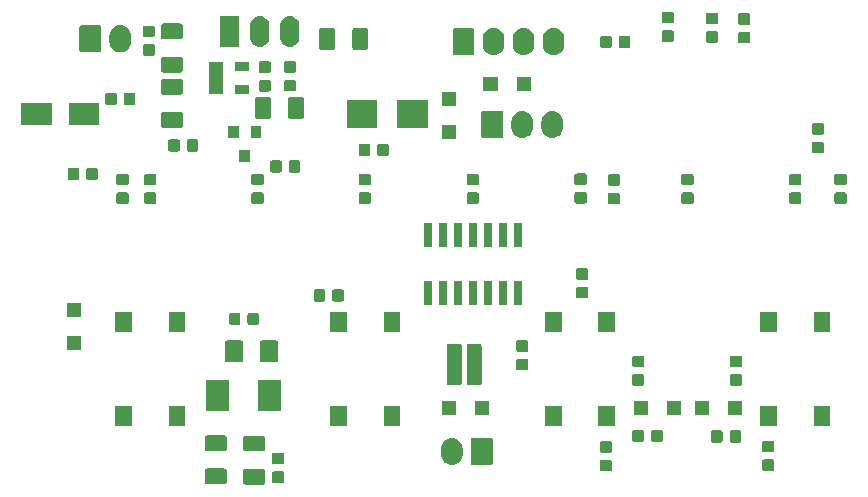
<source format=gbr>
G04 #@! TF.GenerationSoftware,KiCad,Pcbnew,(5.1.5)-3*
G04 #@! TF.CreationDate,2020-07-17T17:22:00-07:00*
G04 #@! TF.ProjectId,4-mill-vent,342d6d69-6c6c-42d7-9665-6e742e6b6963,rev?*
G04 #@! TF.SameCoordinates,Original*
G04 #@! TF.FileFunction,Soldermask,Top*
G04 #@! TF.FilePolarity,Negative*
%FSLAX46Y46*%
G04 Gerber Fmt 4.6, Leading zero omitted, Abs format (unit mm)*
G04 Created by KiCad (PCBNEW (5.1.5)-3) date 2020-07-17 17:22:00*
%MOMM*%
%LPD*%
G04 APERTURE LIST*
%ADD10C,0.100000*%
G04 APERTURE END LIST*
D10*
G36*
X122087904Y-109158647D02*
G01*
X122124444Y-109169732D01*
X122158121Y-109187733D01*
X122187641Y-109211959D01*
X122211867Y-109241479D01*
X122229868Y-109275156D01*
X122240953Y-109311696D01*
X122245300Y-109355838D01*
X122245300Y-110304762D01*
X122240953Y-110348904D01*
X122229868Y-110385444D01*
X122211867Y-110419121D01*
X122187641Y-110448641D01*
X122158121Y-110472867D01*
X122124444Y-110490868D01*
X122087904Y-110501953D01*
X122043762Y-110506300D01*
X120594838Y-110506300D01*
X120550696Y-110501953D01*
X120514156Y-110490868D01*
X120480479Y-110472867D01*
X120450959Y-110448641D01*
X120426733Y-110419121D01*
X120408732Y-110385444D01*
X120397647Y-110348904D01*
X120393300Y-110304762D01*
X120393300Y-109355838D01*
X120397647Y-109311696D01*
X120408732Y-109275156D01*
X120426733Y-109241479D01*
X120450959Y-109211959D01*
X120480479Y-109187733D01*
X120514156Y-109169732D01*
X120550696Y-109158647D01*
X120594838Y-109154300D01*
X122043762Y-109154300D01*
X122087904Y-109158647D01*
G37*
G36*
X118847904Y-109148647D02*
G01*
X118884444Y-109159732D01*
X118918121Y-109177733D01*
X118947641Y-109201959D01*
X118971867Y-109231479D01*
X118989868Y-109265156D01*
X119000953Y-109301696D01*
X119005300Y-109345838D01*
X119005300Y-110294762D01*
X119000953Y-110338904D01*
X118989868Y-110375444D01*
X118971867Y-110409121D01*
X118947641Y-110438641D01*
X118918121Y-110462867D01*
X118884444Y-110480868D01*
X118847904Y-110491953D01*
X118803762Y-110496300D01*
X117354838Y-110496300D01*
X117310696Y-110491953D01*
X117274156Y-110480868D01*
X117240479Y-110462867D01*
X117210959Y-110438641D01*
X117186733Y-110409121D01*
X117168732Y-110375444D01*
X117157647Y-110338904D01*
X117153300Y-110294762D01*
X117153300Y-109345838D01*
X117157647Y-109301696D01*
X117168732Y-109265156D01*
X117186733Y-109231479D01*
X117210959Y-109201959D01*
X117240479Y-109177733D01*
X117274156Y-109159732D01*
X117310696Y-109148647D01*
X117354838Y-109144300D01*
X118803762Y-109144300D01*
X118847904Y-109148647D01*
G37*
G36*
X123718891Y-109400885D02*
G01*
X123752869Y-109411193D01*
X123784190Y-109427934D01*
X123811639Y-109450461D01*
X123834166Y-109477910D01*
X123850907Y-109509231D01*
X123861215Y-109543209D01*
X123865300Y-109584690D01*
X123865300Y-110185910D01*
X123861215Y-110227391D01*
X123850907Y-110261369D01*
X123834166Y-110292690D01*
X123811639Y-110320139D01*
X123784190Y-110342666D01*
X123752869Y-110359407D01*
X123718891Y-110369715D01*
X123677410Y-110373800D01*
X123001190Y-110373800D01*
X122959709Y-110369715D01*
X122925731Y-110359407D01*
X122894410Y-110342666D01*
X122866961Y-110320139D01*
X122844434Y-110292690D01*
X122827693Y-110261369D01*
X122817385Y-110227391D01*
X122813300Y-110185910D01*
X122813300Y-109584690D01*
X122817385Y-109543209D01*
X122827693Y-109509231D01*
X122844434Y-109477910D01*
X122866961Y-109450461D01*
X122894410Y-109427934D01*
X122925731Y-109411193D01*
X122959709Y-109400885D01*
X123001190Y-109396800D01*
X123677410Y-109396800D01*
X123718891Y-109400885D01*
G37*
G36*
X151471491Y-108405585D02*
G01*
X151505469Y-108415893D01*
X151536790Y-108432634D01*
X151564239Y-108455161D01*
X151586766Y-108482610D01*
X151603507Y-108513931D01*
X151613815Y-108547909D01*
X151617900Y-108589390D01*
X151617900Y-109190610D01*
X151613815Y-109232091D01*
X151603507Y-109266069D01*
X151586766Y-109297390D01*
X151564239Y-109324839D01*
X151536790Y-109347366D01*
X151505469Y-109364107D01*
X151471491Y-109374415D01*
X151430010Y-109378500D01*
X150753790Y-109378500D01*
X150712309Y-109374415D01*
X150678331Y-109364107D01*
X150647010Y-109347366D01*
X150619561Y-109324839D01*
X150597034Y-109297390D01*
X150580293Y-109266069D01*
X150569985Y-109232091D01*
X150565900Y-109190610D01*
X150565900Y-108589390D01*
X150569985Y-108547909D01*
X150580293Y-108513931D01*
X150597034Y-108482610D01*
X150619561Y-108455161D01*
X150647010Y-108432634D01*
X150678331Y-108415893D01*
X150712309Y-108405585D01*
X150753790Y-108401500D01*
X151430010Y-108401500D01*
X151471491Y-108405585D01*
G37*
G36*
X165225591Y-108380085D02*
G01*
X165259569Y-108390393D01*
X165290890Y-108407134D01*
X165318339Y-108429661D01*
X165340866Y-108457110D01*
X165357607Y-108488431D01*
X165367915Y-108522409D01*
X165372000Y-108563890D01*
X165372000Y-109165110D01*
X165367915Y-109206591D01*
X165357607Y-109240569D01*
X165340866Y-109271890D01*
X165318339Y-109299339D01*
X165290890Y-109321866D01*
X165259569Y-109338607D01*
X165225591Y-109348915D01*
X165184110Y-109353000D01*
X164507890Y-109353000D01*
X164466409Y-109348915D01*
X164432431Y-109338607D01*
X164401110Y-109321866D01*
X164373661Y-109299339D01*
X164351134Y-109271890D01*
X164334393Y-109240569D01*
X164324085Y-109206591D01*
X164320000Y-109165110D01*
X164320000Y-108563890D01*
X164324085Y-108522409D01*
X164334393Y-108488431D01*
X164351134Y-108457110D01*
X164373661Y-108429661D01*
X164401110Y-108407134D01*
X164432431Y-108390393D01*
X164466409Y-108380085D01*
X164507890Y-108376000D01*
X165184110Y-108376000D01*
X165225591Y-108380085D01*
G37*
G36*
X138229548Y-106563326D02*
G01*
X138403157Y-106615990D01*
X138563156Y-106701511D01*
X138593008Y-106726010D01*
X138703397Y-106816603D01*
X138778083Y-106907610D01*
X138818489Y-106956844D01*
X138904010Y-107116843D01*
X138956674Y-107290452D01*
X138956674Y-107290455D01*
X138970000Y-107425756D01*
X138970000Y-107966245D01*
X138969376Y-107972580D01*
X138956674Y-108101548D01*
X138904010Y-108275157D01*
X138818489Y-108435156D01*
X138787399Y-108473039D01*
X138703397Y-108575397D01*
X138563155Y-108690489D01*
X138437532Y-108757636D01*
X138403156Y-108776010D01*
X138229547Y-108828674D01*
X138049000Y-108846456D01*
X137868452Y-108828674D01*
X137694843Y-108776010D01*
X137534844Y-108690489D01*
X137480330Y-108645750D01*
X137394603Y-108575397D01*
X137279511Y-108435155D01*
X137193991Y-108275158D01*
X137193990Y-108275156D01*
X137141326Y-108101547D01*
X137128000Y-107966243D01*
X137128000Y-107425756D01*
X137141326Y-107290452D01*
X137193990Y-107116843D01*
X137279512Y-106956844D01*
X137294213Y-106938931D01*
X137394604Y-106816603D01*
X137504993Y-106726010D01*
X137534845Y-106701511D01*
X137694844Y-106615990D01*
X137868453Y-106563326D01*
X138049000Y-106545544D01*
X138229548Y-106563326D01*
G37*
G36*
X141368561Y-106553966D02*
G01*
X141401383Y-106563923D01*
X141431632Y-106580092D01*
X141458148Y-106601852D01*
X141479908Y-106628368D01*
X141496077Y-106658617D01*
X141506034Y-106691439D01*
X141510000Y-106731713D01*
X141510000Y-108660287D01*
X141506034Y-108700561D01*
X141496077Y-108733383D01*
X141479908Y-108763632D01*
X141458148Y-108790148D01*
X141431632Y-108811908D01*
X141401383Y-108828077D01*
X141368561Y-108838034D01*
X141328287Y-108842000D01*
X139849713Y-108842000D01*
X139809439Y-108838034D01*
X139776617Y-108828077D01*
X139746368Y-108811908D01*
X139719852Y-108790148D01*
X139698092Y-108763632D01*
X139681923Y-108733383D01*
X139671966Y-108700561D01*
X139668000Y-108660287D01*
X139668000Y-106731713D01*
X139671966Y-106691439D01*
X139681923Y-106658617D01*
X139698092Y-106628368D01*
X139719852Y-106601852D01*
X139746368Y-106580092D01*
X139776617Y-106563923D01*
X139809439Y-106553966D01*
X139849713Y-106550000D01*
X141328287Y-106550000D01*
X141368561Y-106553966D01*
G37*
G36*
X123718891Y-107825885D02*
G01*
X123752869Y-107836193D01*
X123784190Y-107852934D01*
X123811639Y-107875461D01*
X123834166Y-107902910D01*
X123850907Y-107934231D01*
X123861215Y-107968209D01*
X123865300Y-108009690D01*
X123865300Y-108610910D01*
X123861215Y-108652391D01*
X123850907Y-108686369D01*
X123834166Y-108717690D01*
X123811639Y-108745139D01*
X123784190Y-108767666D01*
X123752869Y-108784407D01*
X123718891Y-108794715D01*
X123677410Y-108798800D01*
X123001190Y-108798800D01*
X122959709Y-108794715D01*
X122925731Y-108784407D01*
X122894410Y-108767666D01*
X122866961Y-108745139D01*
X122844434Y-108717690D01*
X122827693Y-108686369D01*
X122817385Y-108652391D01*
X122813300Y-108610910D01*
X122813300Y-108009690D01*
X122817385Y-107968209D01*
X122827693Y-107934231D01*
X122844434Y-107902910D01*
X122866961Y-107875461D01*
X122894410Y-107852934D01*
X122925731Y-107836193D01*
X122959709Y-107825885D01*
X123001190Y-107821800D01*
X123677410Y-107821800D01*
X123718891Y-107825885D01*
G37*
G36*
X151471491Y-106830585D02*
G01*
X151505469Y-106840893D01*
X151536790Y-106857634D01*
X151564239Y-106880161D01*
X151586766Y-106907610D01*
X151603507Y-106938931D01*
X151613815Y-106972909D01*
X151617900Y-107014390D01*
X151617900Y-107615610D01*
X151613815Y-107657091D01*
X151603507Y-107691069D01*
X151586766Y-107722390D01*
X151564239Y-107749839D01*
X151536790Y-107772366D01*
X151505469Y-107789107D01*
X151471491Y-107799415D01*
X151430010Y-107803500D01*
X150753790Y-107803500D01*
X150712309Y-107799415D01*
X150678331Y-107789107D01*
X150647010Y-107772366D01*
X150619561Y-107749839D01*
X150597034Y-107722390D01*
X150580293Y-107691069D01*
X150569985Y-107657091D01*
X150565900Y-107615610D01*
X150565900Y-107014390D01*
X150569985Y-106972909D01*
X150580293Y-106938931D01*
X150597034Y-106907610D01*
X150619561Y-106880161D01*
X150647010Y-106857634D01*
X150678331Y-106840893D01*
X150712309Y-106830585D01*
X150753790Y-106826500D01*
X151430010Y-106826500D01*
X151471491Y-106830585D01*
G37*
G36*
X165225591Y-106805085D02*
G01*
X165259569Y-106815393D01*
X165290890Y-106832134D01*
X165318339Y-106854661D01*
X165340866Y-106882110D01*
X165357607Y-106913431D01*
X165367915Y-106947409D01*
X165372000Y-106988890D01*
X165372000Y-107590110D01*
X165367915Y-107631591D01*
X165357607Y-107665569D01*
X165340866Y-107696890D01*
X165318339Y-107724339D01*
X165290890Y-107746866D01*
X165259569Y-107763607D01*
X165225591Y-107773915D01*
X165184110Y-107778000D01*
X164507890Y-107778000D01*
X164466409Y-107773915D01*
X164432431Y-107763607D01*
X164401110Y-107746866D01*
X164373661Y-107724339D01*
X164351134Y-107696890D01*
X164334393Y-107665569D01*
X164324085Y-107631591D01*
X164320000Y-107590110D01*
X164320000Y-106988890D01*
X164324085Y-106947409D01*
X164334393Y-106913431D01*
X164351134Y-106882110D01*
X164373661Y-106854661D01*
X164401110Y-106832134D01*
X164432431Y-106815393D01*
X164466409Y-106805085D01*
X164507890Y-106801000D01*
X165184110Y-106801000D01*
X165225591Y-106805085D01*
G37*
G36*
X122087904Y-106358647D02*
G01*
X122124444Y-106369732D01*
X122158121Y-106387733D01*
X122187641Y-106411959D01*
X122211867Y-106441479D01*
X122229868Y-106475156D01*
X122240953Y-106511696D01*
X122245300Y-106555838D01*
X122245300Y-107504762D01*
X122240953Y-107548904D01*
X122229868Y-107585444D01*
X122211867Y-107619121D01*
X122187641Y-107648641D01*
X122158121Y-107672867D01*
X122124444Y-107690868D01*
X122087904Y-107701953D01*
X122043762Y-107706300D01*
X120594838Y-107706300D01*
X120550696Y-107701953D01*
X120514156Y-107690868D01*
X120480479Y-107672867D01*
X120450959Y-107648641D01*
X120426733Y-107619121D01*
X120408732Y-107585444D01*
X120397647Y-107548904D01*
X120393300Y-107504762D01*
X120393300Y-106555838D01*
X120397647Y-106511696D01*
X120408732Y-106475156D01*
X120426733Y-106441479D01*
X120450959Y-106411959D01*
X120480479Y-106387733D01*
X120514156Y-106369732D01*
X120550696Y-106358647D01*
X120594838Y-106354300D01*
X122043762Y-106354300D01*
X122087904Y-106358647D01*
G37*
G36*
X118847904Y-106348647D02*
G01*
X118884444Y-106359732D01*
X118918121Y-106377733D01*
X118947641Y-106401959D01*
X118971867Y-106431479D01*
X118989868Y-106465156D01*
X119000953Y-106501696D01*
X119005300Y-106545838D01*
X119005300Y-107494762D01*
X119000953Y-107538904D01*
X118989868Y-107575444D01*
X118971867Y-107609121D01*
X118947641Y-107638641D01*
X118918121Y-107662867D01*
X118884444Y-107680868D01*
X118847904Y-107691953D01*
X118803762Y-107696300D01*
X117354838Y-107696300D01*
X117310696Y-107691953D01*
X117274156Y-107680868D01*
X117240479Y-107662867D01*
X117210959Y-107638641D01*
X117186733Y-107609121D01*
X117168732Y-107575444D01*
X117157647Y-107538904D01*
X117153300Y-107494762D01*
X117153300Y-106545838D01*
X117157647Y-106501696D01*
X117168732Y-106465156D01*
X117186733Y-106431479D01*
X117210959Y-106401959D01*
X117240479Y-106377733D01*
X117274156Y-106359732D01*
X117310696Y-106348647D01*
X117354838Y-106344300D01*
X118803762Y-106344300D01*
X118847904Y-106348647D01*
G37*
G36*
X162401591Y-105904085D02*
G01*
X162435569Y-105914393D01*
X162466890Y-105931134D01*
X162494339Y-105953661D01*
X162516866Y-105981110D01*
X162533607Y-106012431D01*
X162543915Y-106046409D01*
X162548000Y-106087890D01*
X162548000Y-106764110D01*
X162543915Y-106805591D01*
X162533607Y-106839569D01*
X162516866Y-106870890D01*
X162494339Y-106898339D01*
X162466890Y-106920866D01*
X162435569Y-106937607D01*
X162401591Y-106947915D01*
X162360110Y-106952000D01*
X161758890Y-106952000D01*
X161717409Y-106947915D01*
X161683431Y-106937607D01*
X161652110Y-106920866D01*
X161624661Y-106898339D01*
X161602134Y-106870890D01*
X161585393Y-106839569D01*
X161575085Y-106805591D01*
X161571000Y-106764110D01*
X161571000Y-106087890D01*
X161575085Y-106046409D01*
X161585393Y-106012431D01*
X161602134Y-105981110D01*
X161624661Y-105953661D01*
X161652110Y-105931134D01*
X161683431Y-105914393D01*
X161717409Y-105904085D01*
X161758890Y-105900000D01*
X162360110Y-105900000D01*
X162401591Y-105904085D01*
G37*
G36*
X160826591Y-105904085D02*
G01*
X160860569Y-105914393D01*
X160891890Y-105931134D01*
X160919339Y-105953661D01*
X160941866Y-105981110D01*
X160958607Y-106012431D01*
X160968915Y-106046409D01*
X160973000Y-106087890D01*
X160973000Y-106764110D01*
X160968915Y-106805591D01*
X160958607Y-106839569D01*
X160941866Y-106870890D01*
X160919339Y-106898339D01*
X160891890Y-106920866D01*
X160860569Y-106937607D01*
X160826591Y-106947915D01*
X160785110Y-106952000D01*
X160183890Y-106952000D01*
X160142409Y-106947915D01*
X160108431Y-106937607D01*
X160077110Y-106920866D01*
X160049661Y-106898339D01*
X160027134Y-106870890D01*
X160010393Y-106839569D01*
X160000085Y-106805591D01*
X159996000Y-106764110D01*
X159996000Y-106087890D01*
X160000085Y-106046409D01*
X160010393Y-106012431D01*
X160027134Y-105981110D01*
X160049661Y-105953661D01*
X160077110Y-105931134D01*
X160108431Y-105914393D01*
X160142409Y-105904085D01*
X160183890Y-105900000D01*
X160785110Y-105900000D01*
X160826591Y-105904085D01*
G37*
G36*
X155752191Y-105865985D02*
G01*
X155786169Y-105876293D01*
X155817490Y-105893034D01*
X155844939Y-105915561D01*
X155867466Y-105943010D01*
X155884207Y-105974331D01*
X155894515Y-106008309D01*
X155898600Y-106049790D01*
X155898600Y-106726010D01*
X155894515Y-106767491D01*
X155884207Y-106801469D01*
X155867466Y-106832790D01*
X155844939Y-106860239D01*
X155817490Y-106882766D01*
X155786169Y-106899507D01*
X155752191Y-106909815D01*
X155710710Y-106913900D01*
X155109490Y-106913900D01*
X155068009Y-106909815D01*
X155034031Y-106899507D01*
X155002710Y-106882766D01*
X154975261Y-106860239D01*
X154952734Y-106832790D01*
X154935993Y-106801469D01*
X154925685Y-106767491D01*
X154921600Y-106726010D01*
X154921600Y-106049790D01*
X154925685Y-106008309D01*
X154935993Y-105974331D01*
X154952734Y-105943010D01*
X154975261Y-105915561D01*
X155002710Y-105893034D01*
X155034031Y-105876293D01*
X155068009Y-105865985D01*
X155109490Y-105861900D01*
X155710710Y-105861900D01*
X155752191Y-105865985D01*
G37*
G36*
X154177191Y-105865985D02*
G01*
X154211169Y-105876293D01*
X154242490Y-105893034D01*
X154269939Y-105915561D01*
X154292466Y-105943010D01*
X154309207Y-105974331D01*
X154319515Y-106008309D01*
X154323600Y-106049790D01*
X154323600Y-106726010D01*
X154319515Y-106767491D01*
X154309207Y-106801469D01*
X154292466Y-106832790D01*
X154269939Y-106860239D01*
X154242490Y-106882766D01*
X154211169Y-106899507D01*
X154177191Y-106909815D01*
X154135710Y-106913900D01*
X153534490Y-106913900D01*
X153493009Y-106909815D01*
X153459031Y-106899507D01*
X153427710Y-106882766D01*
X153400261Y-106860239D01*
X153377734Y-106832790D01*
X153360993Y-106801469D01*
X153350685Y-106767491D01*
X153346600Y-106726010D01*
X153346600Y-106049790D01*
X153350685Y-106008309D01*
X153360993Y-105974331D01*
X153377734Y-105943010D01*
X153400261Y-105915561D01*
X153427710Y-105893034D01*
X153459031Y-105876293D01*
X153493009Y-105865985D01*
X153534490Y-105861900D01*
X154135710Y-105861900D01*
X154177191Y-105865985D01*
G37*
G36*
X147345800Y-105517000D02*
G01*
X145943800Y-105517000D01*
X145943800Y-103865000D01*
X147345800Y-103865000D01*
X147345800Y-105517000D01*
G37*
G36*
X129183000Y-105517000D02*
G01*
X127781000Y-105517000D01*
X127781000Y-103865000D01*
X129183000Y-103865000D01*
X129183000Y-105517000D01*
G37*
G36*
X151845800Y-105517000D02*
G01*
X150443800Y-105517000D01*
X150443800Y-103865000D01*
X151845800Y-103865000D01*
X151845800Y-105517000D01*
G37*
G36*
X165583000Y-105517000D02*
G01*
X164181000Y-105517000D01*
X164181000Y-103865000D01*
X165583000Y-103865000D01*
X165583000Y-105517000D01*
G37*
G36*
X115473000Y-105517000D02*
G01*
X114071000Y-105517000D01*
X114071000Y-103865000D01*
X115473000Y-103865000D01*
X115473000Y-105517000D01*
G37*
G36*
X110973000Y-105517000D02*
G01*
X109571000Y-105517000D01*
X109571000Y-103865000D01*
X110973000Y-103865000D01*
X110973000Y-105517000D01*
G37*
G36*
X133683000Y-105517000D02*
G01*
X132281000Y-105517000D01*
X132281000Y-103865000D01*
X133683000Y-103865000D01*
X133683000Y-105517000D01*
G37*
G36*
X170083000Y-105517000D02*
G01*
X168681000Y-105517000D01*
X168681000Y-103865000D01*
X170083000Y-103865000D01*
X170083000Y-105517000D01*
G37*
G36*
X138393000Y-104639400D02*
G01*
X137191000Y-104639400D01*
X137191000Y-103437400D01*
X138393000Y-103437400D01*
X138393000Y-104639400D01*
G37*
G36*
X141193000Y-104639400D02*
G01*
X139991000Y-104639400D01*
X139991000Y-103437400D01*
X141193000Y-103437400D01*
X141193000Y-104639400D01*
G37*
G36*
X157446000Y-104614000D02*
G01*
X156244000Y-104614000D01*
X156244000Y-103412000D01*
X157446000Y-103412000D01*
X157446000Y-104614000D01*
G37*
G36*
X154646000Y-104614000D02*
G01*
X153444000Y-104614000D01*
X153444000Y-103412000D01*
X154646000Y-103412000D01*
X154646000Y-104614000D01*
G37*
G36*
X159859000Y-104614000D02*
G01*
X158657000Y-104614000D01*
X158657000Y-103412000D01*
X159859000Y-103412000D01*
X159859000Y-104614000D01*
G37*
G36*
X162659000Y-104614000D02*
G01*
X161457000Y-104614000D01*
X161457000Y-103412000D01*
X162659000Y-103412000D01*
X162659000Y-104614000D01*
G37*
G36*
X123615300Y-104256300D02*
G01*
X121613300Y-104256300D01*
X121613300Y-101654300D01*
X123615300Y-101654300D01*
X123615300Y-104256300D01*
G37*
G36*
X119215300Y-104256300D02*
G01*
X117213300Y-104256300D01*
X117213300Y-101654300D01*
X119215300Y-101654300D01*
X119215300Y-104256300D01*
G37*
G36*
X154211591Y-101166585D02*
G01*
X154245569Y-101176893D01*
X154276890Y-101193634D01*
X154304339Y-101216161D01*
X154326866Y-101243610D01*
X154343607Y-101274931D01*
X154353915Y-101308909D01*
X154358000Y-101350390D01*
X154358000Y-101951610D01*
X154353915Y-101993091D01*
X154343607Y-102027069D01*
X154326866Y-102058390D01*
X154304339Y-102085839D01*
X154276890Y-102108366D01*
X154245569Y-102125107D01*
X154211591Y-102135415D01*
X154170110Y-102139500D01*
X153493890Y-102139500D01*
X153452409Y-102135415D01*
X153418431Y-102125107D01*
X153387110Y-102108366D01*
X153359661Y-102085839D01*
X153337134Y-102058390D01*
X153320393Y-102027069D01*
X153310085Y-101993091D01*
X153306000Y-101951610D01*
X153306000Y-101350390D01*
X153310085Y-101308909D01*
X153320393Y-101274931D01*
X153337134Y-101243610D01*
X153359661Y-101216161D01*
X153387110Y-101193634D01*
X153418431Y-101176893D01*
X153452409Y-101166585D01*
X153493890Y-101162500D01*
X154170110Y-101162500D01*
X154211591Y-101166585D01*
G37*
G36*
X162495091Y-101166385D02*
G01*
X162529069Y-101176693D01*
X162560390Y-101193434D01*
X162587839Y-101215961D01*
X162610366Y-101243410D01*
X162627107Y-101274731D01*
X162637415Y-101308709D01*
X162641500Y-101350190D01*
X162641500Y-101951410D01*
X162637415Y-101992891D01*
X162627107Y-102026869D01*
X162610366Y-102058190D01*
X162587839Y-102085639D01*
X162560390Y-102108166D01*
X162529069Y-102124907D01*
X162495091Y-102135215D01*
X162453610Y-102139300D01*
X161777390Y-102139300D01*
X161735909Y-102135215D01*
X161701931Y-102124907D01*
X161670610Y-102108166D01*
X161643161Y-102085639D01*
X161620634Y-102058190D01*
X161603893Y-102026869D01*
X161593585Y-101992891D01*
X161589500Y-101951410D01*
X161589500Y-101350190D01*
X161593585Y-101308709D01*
X161603893Y-101274731D01*
X161620634Y-101243410D01*
X161643161Y-101215961D01*
X161670610Y-101193434D01*
X161701931Y-101176693D01*
X161735909Y-101166385D01*
X161777390Y-101162300D01*
X162453610Y-101162300D01*
X162495091Y-101166385D01*
G37*
G36*
X140416483Y-98583434D02*
G01*
X140453872Y-98594776D01*
X140488326Y-98613191D01*
X140518525Y-98637975D01*
X140543309Y-98668174D01*
X140561724Y-98702628D01*
X140573066Y-98740017D01*
X140577500Y-98785035D01*
X140577500Y-101874965D01*
X140573066Y-101919983D01*
X140561724Y-101957372D01*
X140543309Y-101991826D01*
X140518525Y-102022025D01*
X140488326Y-102046809D01*
X140453872Y-102065224D01*
X140416483Y-102076566D01*
X140371465Y-102081000D01*
X139506535Y-102081000D01*
X139461517Y-102076566D01*
X139424128Y-102065224D01*
X139389674Y-102046809D01*
X139359475Y-102022025D01*
X139334691Y-101991826D01*
X139316276Y-101957372D01*
X139304934Y-101919983D01*
X139300500Y-101874965D01*
X139300500Y-98785035D01*
X139304934Y-98740017D01*
X139316276Y-98702628D01*
X139334691Y-98668174D01*
X139359475Y-98637975D01*
X139389674Y-98613191D01*
X139424128Y-98594776D01*
X139461517Y-98583434D01*
X139506535Y-98579000D01*
X140371465Y-98579000D01*
X140416483Y-98583434D01*
G37*
G36*
X138741483Y-98583434D02*
G01*
X138778872Y-98594776D01*
X138813326Y-98613191D01*
X138843525Y-98637975D01*
X138868309Y-98668174D01*
X138886724Y-98702628D01*
X138898066Y-98740017D01*
X138902500Y-98785035D01*
X138902500Y-101874965D01*
X138898066Y-101919983D01*
X138886724Y-101957372D01*
X138868309Y-101991826D01*
X138843525Y-102022025D01*
X138813326Y-102046809D01*
X138778872Y-102065224D01*
X138741483Y-102076566D01*
X138696465Y-102081000D01*
X137831535Y-102081000D01*
X137786517Y-102076566D01*
X137749128Y-102065224D01*
X137714674Y-102046809D01*
X137684475Y-102022025D01*
X137659691Y-101991826D01*
X137641276Y-101957372D01*
X137629934Y-101919983D01*
X137625500Y-101874965D01*
X137625500Y-98785035D01*
X137629934Y-98740017D01*
X137641276Y-98702628D01*
X137659691Y-98668174D01*
X137684475Y-98637975D01*
X137714674Y-98613191D01*
X137749128Y-98594776D01*
X137786517Y-98583434D01*
X137831535Y-98579000D01*
X138696465Y-98579000D01*
X138741483Y-98583434D01*
G37*
G36*
X144397591Y-99871085D02*
G01*
X144431569Y-99881393D01*
X144462890Y-99898134D01*
X144490339Y-99920661D01*
X144512866Y-99948110D01*
X144529607Y-99979431D01*
X144539915Y-100013409D01*
X144544000Y-100054890D01*
X144544000Y-100656110D01*
X144539915Y-100697591D01*
X144529607Y-100731569D01*
X144512866Y-100762890D01*
X144490339Y-100790339D01*
X144462890Y-100812866D01*
X144431569Y-100829607D01*
X144397591Y-100839915D01*
X144356110Y-100844000D01*
X143679890Y-100844000D01*
X143638409Y-100839915D01*
X143604431Y-100829607D01*
X143573110Y-100812866D01*
X143545661Y-100790339D01*
X143523134Y-100762890D01*
X143506393Y-100731569D01*
X143496085Y-100697591D01*
X143492000Y-100656110D01*
X143492000Y-100054890D01*
X143496085Y-100013409D01*
X143506393Y-99979431D01*
X143523134Y-99948110D01*
X143545661Y-99920661D01*
X143573110Y-99898134D01*
X143604431Y-99881393D01*
X143638409Y-99871085D01*
X143679890Y-99867000D01*
X144356110Y-99867000D01*
X144397591Y-99871085D01*
G37*
G36*
X154211591Y-99591585D02*
G01*
X154245569Y-99601893D01*
X154276890Y-99618634D01*
X154304339Y-99641161D01*
X154326866Y-99668610D01*
X154343607Y-99699931D01*
X154353915Y-99733909D01*
X154358000Y-99775390D01*
X154358000Y-100376610D01*
X154353915Y-100418091D01*
X154343607Y-100452069D01*
X154326866Y-100483390D01*
X154304339Y-100510839D01*
X154276890Y-100533366D01*
X154245569Y-100550107D01*
X154211591Y-100560415D01*
X154170110Y-100564500D01*
X153493890Y-100564500D01*
X153452409Y-100560415D01*
X153418431Y-100550107D01*
X153387110Y-100533366D01*
X153359661Y-100510839D01*
X153337134Y-100483390D01*
X153320393Y-100452069D01*
X153310085Y-100418091D01*
X153306000Y-100376610D01*
X153306000Y-99775390D01*
X153310085Y-99733909D01*
X153320393Y-99699931D01*
X153337134Y-99668610D01*
X153359661Y-99641161D01*
X153387110Y-99618634D01*
X153418431Y-99601893D01*
X153452409Y-99591585D01*
X153493890Y-99587500D01*
X154170110Y-99587500D01*
X154211591Y-99591585D01*
G37*
G36*
X162495091Y-99591385D02*
G01*
X162529069Y-99601693D01*
X162560390Y-99618434D01*
X162587839Y-99640961D01*
X162610366Y-99668410D01*
X162627107Y-99699731D01*
X162637415Y-99733709D01*
X162641500Y-99775190D01*
X162641500Y-100376410D01*
X162637415Y-100417891D01*
X162627107Y-100451869D01*
X162610366Y-100483190D01*
X162587839Y-100510639D01*
X162560390Y-100533166D01*
X162529069Y-100549907D01*
X162495091Y-100560215D01*
X162453610Y-100564300D01*
X161777390Y-100564300D01*
X161735909Y-100560215D01*
X161701931Y-100549907D01*
X161670610Y-100533166D01*
X161643161Y-100510639D01*
X161620634Y-100483190D01*
X161603893Y-100451869D01*
X161593585Y-100417891D01*
X161589500Y-100376410D01*
X161589500Y-99775190D01*
X161593585Y-99733709D01*
X161603893Y-99699731D01*
X161620634Y-99668410D01*
X161643161Y-99640961D01*
X161670610Y-99618434D01*
X161701931Y-99601693D01*
X161735909Y-99591385D01*
X161777390Y-99587300D01*
X162453610Y-99587300D01*
X162495091Y-99591385D01*
G37*
G36*
X120215862Y-98299681D02*
G01*
X120250781Y-98310274D01*
X120282963Y-98327476D01*
X120311173Y-98350627D01*
X120334324Y-98378837D01*
X120351526Y-98411019D01*
X120362119Y-98445938D01*
X120366300Y-98488395D01*
X120366300Y-99954605D01*
X120362119Y-99997062D01*
X120351526Y-100031981D01*
X120334324Y-100064163D01*
X120311173Y-100092373D01*
X120282963Y-100115524D01*
X120250781Y-100132726D01*
X120215862Y-100143319D01*
X120173405Y-100147500D01*
X119032195Y-100147500D01*
X118989738Y-100143319D01*
X118954819Y-100132726D01*
X118922637Y-100115524D01*
X118894427Y-100092373D01*
X118871276Y-100064163D01*
X118854074Y-100031981D01*
X118843481Y-99997062D01*
X118839300Y-99954605D01*
X118839300Y-98488395D01*
X118843481Y-98445938D01*
X118854074Y-98411019D01*
X118871276Y-98378837D01*
X118894427Y-98350627D01*
X118922637Y-98327476D01*
X118954819Y-98310274D01*
X118989738Y-98299681D01*
X119032195Y-98295500D01*
X120173405Y-98295500D01*
X120215862Y-98299681D01*
G37*
G36*
X123190862Y-98299681D02*
G01*
X123225781Y-98310274D01*
X123257963Y-98327476D01*
X123286173Y-98350627D01*
X123309324Y-98378837D01*
X123326526Y-98411019D01*
X123337119Y-98445938D01*
X123341300Y-98488395D01*
X123341300Y-99954605D01*
X123337119Y-99997062D01*
X123326526Y-100031981D01*
X123309324Y-100064163D01*
X123286173Y-100092373D01*
X123257963Y-100115524D01*
X123225781Y-100132726D01*
X123190862Y-100143319D01*
X123148405Y-100147500D01*
X122007195Y-100147500D01*
X121964738Y-100143319D01*
X121929819Y-100132726D01*
X121897637Y-100115524D01*
X121869427Y-100092373D01*
X121846276Y-100064163D01*
X121829074Y-100031981D01*
X121818481Y-99997062D01*
X121814300Y-99954605D01*
X121814300Y-98488395D01*
X121818481Y-98445938D01*
X121829074Y-98411019D01*
X121846276Y-98378837D01*
X121869427Y-98350627D01*
X121897637Y-98327476D01*
X121929819Y-98310274D01*
X121964738Y-98299681D01*
X122007195Y-98295500D01*
X123148405Y-98295500D01*
X123190862Y-98299681D01*
G37*
G36*
X144397591Y-98296085D02*
G01*
X144431569Y-98306393D01*
X144462890Y-98323134D01*
X144490339Y-98345661D01*
X144512866Y-98373110D01*
X144529607Y-98404431D01*
X144539915Y-98438409D01*
X144544000Y-98479890D01*
X144544000Y-99081110D01*
X144539915Y-99122591D01*
X144529607Y-99156569D01*
X144512866Y-99187890D01*
X144490339Y-99215339D01*
X144462890Y-99237866D01*
X144431569Y-99254607D01*
X144397591Y-99264915D01*
X144356110Y-99269000D01*
X143679890Y-99269000D01*
X143638409Y-99264915D01*
X143604431Y-99254607D01*
X143573110Y-99237866D01*
X143545661Y-99215339D01*
X143523134Y-99187890D01*
X143506393Y-99156569D01*
X143496085Y-99122591D01*
X143492000Y-99081110D01*
X143492000Y-98479890D01*
X143496085Y-98438409D01*
X143506393Y-98404431D01*
X143523134Y-98373110D01*
X143545661Y-98345661D01*
X143573110Y-98323134D01*
X143604431Y-98306393D01*
X143638409Y-98296085D01*
X143679890Y-98292000D01*
X144356110Y-98292000D01*
X144397591Y-98296085D01*
G37*
G36*
X106646000Y-99156000D02*
G01*
X105444000Y-99156000D01*
X105444000Y-97954000D01*
X106646000Y-97954000D01*
X106646000Y-99156000D01*
G37*
G36*
X129183000Y-97557000D02*
G01*
X127781000Y-97557000D01*
X127781000Y-95905000D01*
X129183000Y-95905000D01*
X129183000Y-97557000D01*
G37*
G36*
X133683000Y-97557000D02*
G01*
X132281000Y-97557000D01*
X132281000Y-95905000D01*
X133683000Y-95905000D01*
X133683000Y-97557000D01*
G37*
G36*
X147345800Y-97557000D02*
G01*
X145943800Y-97557000D01*
X145943800Y-95905000D01*
X147345800Y-95905000D01*
X147345800Y-97557000D01*
G37*
G36*
X110973000Y-97557000D02*
G01*
X109571000Y-97557000D01*
X109571000Y-95905000D01*
X110973000Y-95905000D01*
X110973000Y-97557000D01*
G37*
G36*
X115473000Y-97557000D02*
G01*
X114071000Y-97557000D01*
X114071000Y-95905000D01*
X115473000Y-95905000D01*
X115473000Y-97557000D01*
G37*
G36*
X151845800Y-97557000D02*
G01*
X150443800Y-97557000D01*
X150443800Y-95905000D01*
X151845800Y-95905000D01*
X151845800Y-97557000D01*
G37*
G36*
X165583000Y-97557000D02*
G01*
X164181000Y-97557000D01*
X164181000Y-95905000D01*
X165583000Y-95905000D01*
X165583000Y-97557000D01*
G37*
G36*
X170083000Y-97557000D02*
G01*
X168681000Y-97557000D01*
X168681000Y-95905000D01*
X170083000Y-95905000D01*
X170083000Y-97557000D01*
G37*
G36*
X121584891Y-95956385D02*
G01*
X121618869Y-95966693D01*
X121650190Y-95983434D01*
X121677639Y-96005961D01*
X121700166Y-96033410D01*
X121716907Y-96064731D01*
X121727215Y-96098709D01*
X121731300Y-96140190D01*
X121731300Y-96816410D01*
X121727215Y-96857891D01*
X121716907Y-96891869D01*
X121700166Y-96923190D01*
X121677639Y-96950639D01*
X121650190Y-96973166D01*
X121618869Y-96989907D01*
X121584891Y-97000215D01*
X121543410Y-97004300D01*
X120942190Y-97004300D01*
X120900709Y-97000215D01*
X120866731Y-96989907D01*
X120835410Y-96973166D01*
X120807961Y-96950639D01*
X120785434Y-96923190D01*
X120768693Y-96891869D01*
X120758385Y-96857891D01*
X120754300Y-96816410D01*
X120754300Y-96140190D01*
X120758385Y-96098709D01*
X120768693Y-96064731D01*
X120785434Y-96033410D01*
X120807961Y-96005961D01*
X120835410Y-95983434D01*
X120866731Y-95966693D01*
X120900709Y-95956385D01*
X120942190Y-95952300D01*
X121543410Y-95952300D01*
X121584891Y-95956385D01*
G37*
G36*
X120009891Y-95956385D02*
G01*
X120043869Y-95966693D01*
X120075190Y-95983434D01*
X120102639Y-96005961D01*
X120125166Y-96033410D01*
X120141907Y-96064731D01*
X120152215Y-96098709D01*
X120156300Y-96140190D01*
X120156300Y-96816410D01*
X120152215Y-96857891D01*
X120141907Y-96891869D01*
X120125166Y-96923190D01*
X120102639Y-96950639D01*
X120075190Y-96973166D01*
X120043869Y-96989907D01*
X120009891Y-97000215D01*
X119968410Y-97004300D01*
X119367190Y-97004300D01*
X119325709Y-97000215D01*
X119291731Y-96989907D01*
X119260410Y-96973166D01*
X119232961Y-96950639D01*
X119210434Y-96923190D01*
X119193693Y-96891869D01*
X119183385Y-96857891D01*
X119179300Y-96816410D01*
X119179300Y-96140190D01*
X119183385Y-96098709D01*
X119193693Y-96064731D01*
X119210434Y-96033410D01*
X119232961Y-96005961D01*
X119260410Y-95983434D01*
X119291731Y-95966693D01*
X119325709Y-95956385D01*
X119367190Y-95952300D01*
X119968410Y-95952300D01*
X120009891Y-95956385D01*
G37*
G36*
X106646000Y-96356000D02*
G01*
X105444000Y-96356000D01*
X105444000Y-95154000D01*
X106646000Y-95154000D01*
X106646000Y-96356000D01*
G37*
G36*
X137546928Y-93272764D02*
G01*
X137568009Y-93279160D01*
X137587445Y-93289548D01*
X137604476Y-93303524D01*
X137618452Y-93320555D01*
X137628840Y-93339991D01*
X137635236Y-93361072D01*
X137638000Y-93389140D01*
X137638000Y-95202860D01*
X137635236Y-95230928D01*
X137628840Y-95252009D01*
X137618452Y-95271445D01*
X137604476Y-95288476D01*
X137587445Y-95302452D01*
X137568009Y-95312840D01*
X137546928Y-95319236D01*
X137518860Y-95322000D01*
X137055140Y-95322000D01*
X137027072Y-95319236D01*
X137005991Y-95312840D01*
X136986555Y-95302452D01*
X136969524Y-95288476D01*
X136955548Y-95271445D01*
X136945160Y-95252009D01*
X136938764Y-95230928D01*
X136936000Y-95202860D01*
X136936000Y-93389140D01*
X136938764Y-93361072D01*
X136945160Y-93339991D01*
X136955548Y-93320555D01*
X136969524Y-93303524D01*
X136986555Y-93289548D01*
X137005991Y-93279160D01*
X137027072Y-93272764D01*
X137055140Y-93270000D01*
X137518860Y-93270000D01*
X137546928Y-93272764D01*
G37*
G36*
X138816928Y-93272764D02*
G01*
X138838009Y-93279160D01*
X138857445Y-93289548D01*
X138874476Y-93303524D01*
X138888452Y-93320555D01*
X138898840Y-93339991D01*
X138905236Y-93361072D01*
X138908000Y-93389140D01*
X138908000Y-95202860D01*
X138905236Y-95230928D01*
X138898840Y-95252009D01*
X138888452Y-95271445D01*
X138874476Y-95288476D01*
X138857445Y-95302452D01*
X138838009Y-95312840D01*
X138816928Y-95319236D01*
X138788860Y-95322000D01*
X138325140Y-95322000D01*
X138297072Y-95319236D01*
X138275991Y-95312840D01*
X138256555Y-95302452D01*
X138239524Y-95288476D01*
X138225548Y-95271445D01*
X138215160Y-95252009D01*
X138208764Y-95230928D01*
X138206000Y-95202860D01*
X138206000Y-93389140D01*
X138208764Y-93361072D01*
X138215160Y-93339991D01*
X138225548Y-93320555D01*
X138239524Y-93303524D01*
X138256555Y-93289548D01*
X138275991Y-93279160D01*
X138297072Y-93272764D01*
X138325140Y-93270000D01*
X138788860Y-93270000D01*
X138816928Y-93272764D01*
G37*
G36*
X140086928Y-93272764D02*
G01*
X140108009Y-93279160D01*
X140127445Y-93289548D01*
X140144476Y-93303524D01*
X140158452Y-93320555D01*
X140168840Y-93339991D01*
X140175236Y-93361072D01*
X140178000Y-93389140D01*
X140178000Y-95202860D01*
X140175236Y-95230928D01*
X140168840Y-95252009D01*
X140158452Y-95271445D01*
X140144476Y-95288476D01*
X140127445Y-95302452D01*
X140108009Y-95312840D01*
X140086928Y-95319236D01*
X140058860Y-95322000D01*
X139595140Y-95322000D01*
X139567072Y-95319236D01*
X139545991Y-95312840D01*
X139526555Y-95302452D01*
X139509524Y-95288476D01*
X139495548Y-95271445D01*
X139485160Y-95252009D01*
X139478764Y-95230928D01*
X139476000Y-95202860D01*
X139476000Y-93389140D01*
X139478764Y-93361072D01*
X139485160Y-93339991D01*
X139495548Y-93320555D01*
X139509524Y-93303524D01*
X139526555Y-93289548D01*
X139545991Y-93279160D01*
X139567072Y-93272764D01*
X139595140Y-93270000D01*
X140058860Y-93270000D01*
X140086928Y-93272764D01*
G37*
G36*
X142626928Y-93272764D02*
G01*
X142648009Y-93279160D01*
X142667445Y-93289548D01*
X142684476Y-93303524D01*
X142698452Y-93320555D01*
X142708840Y-93339991D01*
X142715236Y-93361072D01*
X142718000Y-93389140D01*
X142718000Y-95202860D01*
X142715236Y-95230928D01*
X142708840Y-95252009D01*
X142698452Y-95271445D01*
X142684476Y-95288476D01*
X142667445Y-95302452D01*
X142648009Y-95312840D01*
X142626928Y-95319236D01*
X142598860Y-95322000D01*
X142135140Y-95322000D01*
X142107072Y-95319236D01*
X142085991Y-95312840D01*
X142066555Y-95302452D01*
X142049524Y-95288476D01*
X142035548Y-95271445D01*
X142025160Y-95252009D01*
X142018764Y-95230928D01*
X142016000Y-95202860D01*
X142016000Y-93389140D01*
X142018764Y-93361072D01*
X142025160Y-93339991D01*
X142035548Y-93320555D01*
X142049524Y-93303524D01*
X142066555Y-93289548D01*
X142085991Y-93279160D01*
X142107072Y-93272764D01*
X142135140Y-93270000D01*
X142598860Y-93270000D01*
X142626928Y-93272764D01*
G37*
G36*
X143896928Y-93272764D02*
G01*
X143918009Y-93279160D01*
X143937445Y-93289548D01*
X143954476Y-93303524D01*
X143968452Y-93320555D01*
X143978840Y-93339991D01*
X143985236Y-93361072D01*
X143988000Y-93389140D01*
X143988000Y-95202860D01*
X143985236Y-95230928D01*
X143978840Y-95252009D01*
X143968452Y-95271445D01*
X143954476Y-95288476D01*
X143937445Y-95302452D01*
X143918009Y-95312840D01*
X143896928Y-95319236D01*
X143868860Y-95322000D01*
X143405140Y-95322000D01*
X143377072Y-95319236D01*
X143355991Y-95312840D01*
X143336555Y-95302452D01*
X143319524Y-95288476D01*
X143305548Y-95271445D01*
X143295160Y-95252009D01*
X143288764Y-95230928D01*
X143286000Y-95202860D01*
X143286000Y-93389140D01*
X143288764Y-93361072D01*
X143295160Y-93339991D01*
X143305548Y-93320555D01*
X143319524Y-93303524D01*
X143336555Y-93289548D01*
X143355991Y-93279160D01*
X143377072Y-93272764D01*
X143405140Y-93270000D01*
X143868860Y-93270000D01*
X143896928Y-93272764D01*
G37*
G36*
X136276928Y-93272764D02*
G01*
X136298009Y-93279160D01*
X136317445Y-93289548D01*
X136334476Y-93303524D01*
X136348452Y-93320555D01*
X136358840Y-93339991D01*
X136365236Y-93361072D01*
X136368000Y-93389140D01*
X136368000Y-95202860D01*
X136365236Y-95230928D01*
X136358840Y-95252009D01*
X136348452Y-95271445D01*
X136334476Y-95288476D01*
X136317445Y-95302452D01*
X136298009Y-95312840D01*
X136276928Y-95319236D01*
X136248860Y-95322000D01*
X135785140Y-95322000D01*
X135757072Y-95319236D01*
X135735991Y-95312840D01*
X135716555Y-95302452D01*
X135699524Y-95288476D01*
X135685548Y-95271445D01*
X135675160Y-95252009D01*
X135668764Y-95230928D01*
X135666000Y-95202860D01*
X135666000Y-93389140D01*
X135668764Y-93361072D01*
X135675160Y-93339991D01*
X135685548Y-93320555D01*
X135699524Y-93303524D01*
X135716555Y-93289548D01*
X135735991Y-93279160D01*
X135757072Y-93272764D01*
X135785140Y-93270000D01*
X136248860Y-93270000D01*
X136276928Y-93272764D01*
G37*
G36*
X141356928Y-93272764D02*
G01*
X141378009Y-93279160D01*
X141397445Y-93289548D01*
X141414476Y-93303524D01*
X141428452Y-93320555D01*
X141438840Y-93339991D01*
X141445236Y-93361072D01*
X141448000Y-93389140D01*
X141448000Y-95202860D01*
X141445236Y-95230928D01*
X141438840Y-95252009D01*
X141428452Y-95271445D01*
X141414476Y-95288476D01*
X141397445Y-95302452D01*
X141378009Y-95312840D01*
X141356928Y-95319236D01*
X141328860Y-95322000D01*
X140865140Y-95322000D01*
X140837072Y-95319236D01*
X140815991Y-95312840D01*
X140796555Y-95302452D01*
X140779524Y-95288476D01*
X140765548Y-95271445D01*
X140755160Y-95252009D01*
X140748764Y-95230928D01*
X140746000Y-95202860D01*
X140746000Y-93389140D01*
X140748764Y-93361072D01*
X140755160Y-93339991D01*
X140765548Y-93320555D01*
X140779524Y-93303524D01*
X140796555Y-93289548D01*
X140815991Y-93279160D01*
X140837072Y-93272764D01*
X140865140Y-93270000D01*
X141328860Y-93270000D01*
X141356928Y-93272764D01*
G37*
G36*
X128764591Y-93966085D02*
G01*
X128798569Y-93976393D01*
X128829890Y-93993134D01*
X128857339Y-94015661D01*
X128879866Y-94043110D01*
X128896607Y-94074431D01*
X128906915Y-94108409D01*
X128911000Y-94149890D01*
X128911000Y-94826110D01*
X128906915Y-94867591D01*
X128896607Y-94901569D01*
X128879866Y-94932890D01*
X128857339Y-94960339D01*
X128829890Y-94982866D01*
X128798569Y-94999607D01*
X128764591Y-95009915D01*
X128723110Y-95014000D01*
X128121890Y-95014000D01*
X128080409Y-95009915D01*
X128046431Y-94999607D01*
X128015110Y-94982866D01*
X127987661Y-94960339D01*
X127965134Y-94932890D01*
X127948393Y-94901569D01*
X127938085Y-94867591D01*
X127934000Y-94826110D01*
X127934000Y-94149890D01*
X127938085Y-94108409D01*
X127948393Y-94074431D01*
X127965134Y-94043110D01*
X127987661Y-94015661D01*
X128015110Y-93993134D01*
X128046431Y-93976393D01*
X128080409Y-93966085D01*
X128121890Y-93962000D01*
X128723110Y-93962000D01*
X128764591Y-93966085D01*
G37*
G36*
X127189591Y-93966085D02*
G01*
X127223569Y-93976393D01*
X127254890Y-93993134D01*
X127282339Y-94015661D01*
X127304866Y-94043110D01*
X127321607Y-94074431D01*
X127331915Y-94108409D01*
X127336000Y-94149890D01*
X127336000Y-94826110D01*
X127331915Y-94867591D01*
X127321607Y-94901569D01*
X127304866Y-94932890D01*
X127282339Y-94960339D01*
X127254890Y-94982866D01*
X127223569Y-94999607D01*
X127189591Y-95009915D01*
X127148110Y-95014000D01*
X126546890Y-95014000D01*
X126505409Y-95009915D01*
X126471431Y-94999607D01*
X126440110Y-94982866D01*
X126412661Y-94960339D01*
X126390134Y-94932890D01*
X126373393Y-94901569D01*
X126363085Y-94867591D01*
X126359000Y-94826110D01*
X126359000Y-94149890D01*
X126363085Y-94108409D01*
X126373393Y-94074431D01*
X126390134Y-94043110D01*
X126412661Y-94015661D01*
X126440110Y-93993134D01*
X126471431Y-93976393D01*
X126505409Y-93966085D01*
X126546890Y-93962000D01*
X127148110Y-93962000D01*
X127189591Y-93966085D01*
G37*
G36*
X149477591Y-93775085D02*
G01*
X149511569Y-93785393D01*
X149542890Y-93802134D01*
X149570339Y-93824661D01*
X149592866Y-93852110D01*
X149609607Y-93883431D01*
X149619915Y-93917409D01*
X149624000Y-93958890D01*
X149624000Y-94560110D01*
X149619915Y-94601591D01*
X149609607Y-94635569D01*
X149592866Y-94666890D01*
X149570339Y-94694339D01*
X149542890Y-94716866D01*
X149511569Y-94733607D01*
X149477591Y-94743915D01*
X149436110Y-94748000D01*
X148759890Y-94748000D01*
X148718409Y-94743915D01*
X148684431Y-94733607D01*
X148653110Y-94716866D01*
X148625661Y-94694339D01*
X148603134Y-94666890D01*
X148586393Y-94635569D01*
X148576085Y-94601591D01*
X148572000Y-94560110D01*
X148572000Y-93958890D01*
X148576085Y-93917409D01*
X148586393Y-93883431D01*
X148603134Y-93852110D01*
X148625661Y-93824661D01*
X148653110Y-93802134D01*
X148684431Y-93785393D01*
X148718409Y-93775085D01*
X148759890Y-93771000D01*
X149436110Y-93771000D01*
X149477591Y-93775085D01*
G37*
G36*
X149477591Y-92200085D02*
G01*
X149511569Y-92210393D01*
X149542890Y-92227134D01*
X149570339Y-92249661D01*
X149592866Y-92277110D01*
X149609607Y-92308431D01*
X149619915Y-92342409D01*
X149624000Y-92383890D01*
X149624000Y-92985110D01*
X149619915Y-93026591D01*
X149609607Y-93060569D01*
X149592866Y-93091890D01*
X149570339Y-93119339D01*
X149542890Y-93141866D01*
X149511569Y-93158607D01*
X149477591Y-93168915D01*
X149436110Y-93173000D01*
X148759890Y-93173000D01*
X148718409Y-93168915D01*
X148684431Y-93158607D01*
X148653110Y-93141866D01*
X148625661Y-93119339D01*
X148603134Y-93091890D01*
X148586393Y-93060569D01*
X148576085Y-93026591D01*
X148572000Y-92985110D01*
X148572000Y-92383890D01*
X148576085Y-92342409D01*
X148586393Y-92308431D01*
X148603134Y-92277110D01*
X148625661Y-92249661D01*
X148653110Y-92227134D01*
X148684431Y-92210393D01*
X148718409Y-92200085D01*
X148759890Y-92196000D01*
X149436110Y-92196000D01*
X149477591Y-92200085D01*
G37*
G36*
X138816928Y-88322764D02*
G01*
X138838009Y-88329160D01*
X138857445Y-88339548D01*
X138874476Y-88353524D01*
X138888452Y-88370555D01*
X138898840Y-88389991D01*
X138905236Y-88411072D01*
X138908000Y-88439140D01*
X138908000Y-90252860D01*
X138905236Y-90280928D01*
X138898840Y-90302009D01*
X138888452Y-90321445D01*
X138874476Y-90338476D01*
X138857445Y-90352452D01*
X138838009Y-90362840D01*
X138816928Y-90369236D01*
X138788860Y-90372000D01*
X138325140Y-90372000D01*
X138297072Y-90369236D01*
X138275991Y-90362840D01*
X138256555Y-90352452D01*
X138239524Y-90338476D01*
X138225548Y-90321445D01*
X138215160Y-90302009D01*
X138208764Y-90280928D01*
X138206000Y-90252860D01*
X138206000Y-88439140D01*
X138208764Y-88411072D01*
X138215160Y-88389991D01*
X138225548Y-88370555D01*
X138239524Y-88353524D01*
X138256555Y-88339548D01*
X138275991Y-88329160D01*
X138297072Y-88322764D01*
X138325140Y-88320000D01*
X138788860Y-88320000D01*
X138816928Y-88322764D01*
G37*
G36*
X143896928Y-88322764D02*
G01*
X143918009Y-88329160D01*
X143937445Y-88339548D01*
X143954476Y-88353524D01*
X143968452Y-88370555D01*
X143978840Y-88389991D01*
X143985236Y-88411072D01*
X143988000Y-88439140D01*
X143988000Y-90252860D01*
X143985236Y-90280928D01*
X143978840Y-90302009D01*
X143968452Y-90321445D01*
X143954476Y-90338476D01*
X143937445Y-90352452D01*
X143918009Y-90362840D01*
X143896928Y-90369236D01*
X143868860Y-90372000D01*
X143405140Y-90372000D01*
X143377072Y-90369236D01*
X143355991Y-90362840D01*
X143336555Y-90352452D01*
X143319524Y-90338476D01*
X143305548Y-90321445D01*
X143295160Y-90302009D01*
X143288764Y-90280928D01*
X143286000Y-90252860D01*
X143286000Y-88439140D01*
X143288764Y-88411072D01*
X143295160Y-88389991D01*
X143305548Y-88370555D01*
X143319524Y-88353524D01*
X143336555Y-88339548D01*
X143355991Y-88329160D01*
X143377072Y-88322764D01*
X143405140Y-88320000D01*
X143868860Y-88320000D01*
X143896928Y-88322764D01*
G37*
G36*
X142626928Y-88322764D02*
G01*
X142648009Y-88329160D01*
X142667445Y-88339548D01*
X142684476Y-88353524D01*
X142698452Y-88370555D01*
X142708840Y-88389991D01*
X142715236Y-88411072D01*
X142718000Y-88439140D01*
X142718000Y-90252860D01*
X142715236Y-90280928D01*
X142708840Y-90302009D01*
X142698452Y-90321445D01*
X142684476Y-90338476D01*
X142667445Y-90352452D01*
X142648009Y-90362840D01*
X142626928Y-90369236D01*
X142598860Y-90372000D01*
X142135140Y-90372000D01*
X142107072Y-90369236D01*
X142085991Y-90362840D01*
X142066555Y-90352452D01*
X142049524Y-90338476D01*
X142035548Y-90321445D01*
X142025160Y-90302009D01*
X142018764Y-90280928D01*
X142016000Y-90252860D01*
X142016000Y-88439140D01*
X142018764Y-88411072D01*
X142025160Y-88389991D01*
X142035548Y-88370555D01*
X142049524Y-88353524D01*
X142066555Y-88339548D01*
X142085991Y-88329160D01*
X142107072Y-88322764D01*
X142135140Y-88320000D01*
X142598860Y-88320000D01*
X142626928Y-88322764D01*
G37*
G36*
X141356928Y-88322764D02*
G01*
X141378009Y-88329160D01*
X141397445Y-88339548D01*
X141414476Y-88353524D01*
X141428452Y-88370555D01*
X141438840Y-88389991D01*
X141445236Y-88411072D01*
X141448000Y-88439140D01*
X141448000Y-90252860D01*
X141445236Y-90280928D01*
X141438840Y-90302009D01*
X141428452Y-90321445D01*
X141414476Y-90338476D01*
X141397445Y-90352452D01*
X141378009Y-90362840D01*
X141356928Y-90369236D01*
X141328860Y-90372000D01*
X140865140Y-90372000D01*
X140837072Y-90369236D01*
X140815991Y-90362840D01*
X140796555Y-90352452D01*
X140779524Y-90338476D01*
X140765548Y-90321445D01*
X140755160Y-90302009D01*
X140748764Y-90280928D01*
X140746000Y-90252860D01*
X140746000Y-88439140D01*
X140748764Y-88411072D01*
X140755160Y-88389991D01*
X140765548Y-88370555D01*
X140779524Y-88353524D01*
X140796555Y-88339548D01*
X140815991Y-88329160D01*
X140837072Y-88322764D01*
X140865140Y-88320000D01*
X141328860Y-88320000D01*
X141356928Y-88322764D01*
G37*
G36*
X140086928Y-88322764D02*
G01*
X140108009Y-88329160D01*
X140127445Y-88339548D01*
X140144476Y-88353524D01*
X140158452Y-88370555D01*
X140168840Y-88389991D01*
X140175236Y-88411072D01*
X140178000Y-88439140D01*
X140178000Y-90252860D01*
X140175236Y-90280928D01*
X140168840Y-90302009D01*
X140158452Y-90321445D01*
X140144476Y-90338476D01*
X140127445Y-90352452D01*
X140108009Y-90362840D01*
X140086928Y-90369236D01*
X140058860Y-90372000D01*
X139595140Y-90372000D01*
X139567072Y-90369236D01*
X139545991Y-90362840D01*
X139526555Y-90352452D01*
X139509524Y-90338476D01*
X139495548Y-90321445D01*
X139485160Y-90302009D01*
X139478764Y-90280928D01*
X139476000Y-90252860D01*
X139476000Y-88439140D01*
X139478764Y-88411072D01*
X139485160Y-88389991D01*
X139495548Y-88370555D01*
X139509524Y-88353524D01*
X139526555Y-88339548D01*
X139545991Y-88329160D01*
X139567072Y-88322764D01*
X139595140Y-88320000D01*
X140058860Y-88320000D01*
X140086928Y-88322764D01*
G37*
G36*
X137546928Y-88322764D02*
G01*
X137568009Y-88329160D01*
X137587445Y-88339548D01*
X137604476Y-88353524D01*
X137618452Y-88370555D01*
X137628840Y-88389991D01*
X137635236Y-88411072D01*
X137638000Y-88439140D01*
X137638000Y-90252860D01*
X137635236Y-90280928D01*
X137628840Y-90302009D01*
X137618452Y-90321445D01*
X137604476Y-90338476D01*
X137587445Y-90352452D01*
X137568009Y-90362840D01*
X137546928Y-90369236D01*
X137518860Y-90372000D01*
X137055140Y-90372000D01*
X137027072Y-90369236D01*
X137005991Y-90362840D01*
X136986555Y-90352452D01*
X136969524Y-90338476D01*
X136955548Y-90321445D01*
X136945160Y-90302009D01*
X136938764Y-90280928D01*
X136936000Y-90252860D01*
X136936000Y-88439140D01*
X136938764Y-88411072D01*
X136945160Y-88389991D01*
X136955548Y-88370555D01*
X136969524Y-88353524D01*
X136986555Y-88339548D01*
X137005991Y-88329160D01*
X137027072Y-88322764D01*
X137055140Y-88320000D01*
X137518860Y-88320000D01*
X137546928Y-88322764D01*
G37*
G36*
X136276928Y-88322764D02*
G01*
X136298009Y-88329160D01*
X136317445Y-88339548D01*
X136334476Y-88353524D01*
X136348452Y-88370555D01*
X136358840Y-88389991D01*
X136365236Y-88411072D01*
X136368000Y-88439140D01*
X136368000Y-90252860D01*
X136365236Y-90280928D01*
X136358840Y-90302009D01*
X136348452Y-90321445D01*
X136334476Y-90338476D01*
X136317445Y-90352452D01*
X136298009Y-90362840D01*
X136276928Y-90369236D01*
X136248860Y-90372000D01*
X135785140Y-90372000D01*
X135757072Y-90369236D01*
X135735991Y-90362840D01*
X135716555Y-90352452D01*
X135699524Y-90338476D01*
X135685548Y-90321445D01*
X135675160Y-90302009D01*
X135668764Y-90280928D01*
X135666000Y-90252860D01*
X135666000Y-88439140D01*
X135668764Y-88411072D01*
X135675160Y-88389991D01*
X135685548Y-88370555D01*
X135699524Y-88353524D01*
X135716555Y-88339548D01*
X135735991Y-88329160D01*
X135757072Y-88322764D01*
X135785140Y-88320000D01*
X136248860Y-88320000D01*
X136276928Y-88322764D01*
G37*
G36*
X152144591Y-85812185D02*
G01*
X152178569Y-85822493D01*
X152209890Y-85839234D01*
X152237339Y-85861761D01*
X152259866Y-85889210D01*
X152276607Y-85920531D01*
X152286915Y-85954509D01*
X152291000Y-85995990D01*
X152291000Y-86597210D01*
X152286915Y-86638691D01*
X152276607Y-86672669D01*
X152259866Y-86703990D01*
X152237339Y-86731439D01*
X152209890Y-86753966D01*
X152178569Y-86770707D01*
X152144591Y-86781015D01*
X152103110Y-86785100D01*
X151426890Y-86785100D01*
X151385409Y-86781015D01*
X151351431Y-86770707D01*
X151320110Y-86753966D01*
X151292661Y-86731439D01*
X151270134Y-86703990D01*
X151253393Y-86672669D01*
X151243085Y-86638691D01*
X151239000Y-86597210D01*
X151239000Y-85995990D01*
X151243085Y-85954509D01*
X151253393Y-85920531D01*
X151270134Y-85889210D01*
X151292661Y-85861761D01*
X151320110Y-85839234D01*
X151351431Y-85822493D01*
X151385409Y-85812185D01*
X151426890Y-85808100D01*
X152103110Y-85808100D01*
X152144591Y-85812185D01*
G37*
G36*
X167511591Y-85774085D02*
G01*
X167545569Y-85784393D01*
X167576890Y-85801134D01*
X167604339Y-85823661D01*
X167626866Y-85851110D01*
X167643607Y-85882431D01*
X167653915Y-85916409D01*
X167658000Y-85957890D01*
X167658000Y-86559110D01*
X167653915Y-86600591D01*
X167643607Y-86634569D01*
X167626866Y-86665890D01*
X167604339Y-86693339D01*
X167576890Y-86715866D01*
X167545569Y-86732607D01*
X167511591Y-86742915D01*
X167470110Y-86747000D01*
X166793890Y-86747000D01*
X166752409Y-86742915D01*
X166718431Y-86732607D01*
X166687110Y-86715866D01*
X166659661Y-86693339D01*
X166637134Y-86665890D01*
X166620393Y-86634569D01*
X166610085Y-86600591D01*
X166606000Y-86559110D01*
X166606000Y-85957890D01*
X166610085Y-85916409D01*
X166620393Y-85882431D01*
X166637134Y-85851110D01*
X166659661Y-85823661D01*
X166687110Y-85801134D01*
X166718431Y-85784393D01*
X166752409Y-85774085D01*
X166793890Y-85770000D01*
X167470110Y-85770000D01*
X167511591Y-85774085D01*
G37*
G36*
X131062591Y-85774085D02*
G01*
X131096569Y-85784393D01*
X131127890Y-85801134D01*
X131155339Y-85823661D01*
X131177866Y-85851110D01*
X131194607Y-85882431D01*
X131204915Y-85916409D01*
X131209000Y-85957890D01*
X131209000Y-86559110D01*
X131204915Y-86600591D01*
X131194607Y-86634569D01*
X131177866Y-86665890D01*
X131155339Y-86693339D01*
X131127890Y-86715866D01*
X131096569Y-86732607D01*
X131062591Y-86742915D01*
X131021110Y-86747000D01*
X130344890Y-86747000D01*
X130303409Y-86742915D01*
X130269431Y-86732607D01*
X130238110Y-86715866D01*
X130210661Y-86693339D01*
X130188134Y-86665890D01*
X130171393Y-86634569D01*
X130161085Y-86600591D01*
X130157000Y-86559110D01*
X130157000Y-85957890D01*
X130161085Y-85916409D01*
X130171393Y-85882431D01*
X130188134Y-85851110D01*
X130210661Y-85823661D01*
X130238110Y-85801134D01*
X130269431Y-85784393D01*
X130303409Y-85774085D01*
X130344890Y-85770000D01*
X131021110Y-85770000D01*
X131062591Y-85774085D01*
G37*
G36*
X158380291Y-85774085D02*
G01*
X158414269Y-85784393D01*
X158445590Y-85801134D01*
X158473039Y-85823661D01*
X158495566Y-85851110D01*
X158512307Y-85882431D01*
X158522615Y-85916409D01*
X158526700Y-85957890D01*
X158526700Y-86559110D01*
X158522615Y-86600591D01*
X158512307Y-86634569D01*
X158495566Y-86665890D01*
X158473039Y-86693339D01*
X158445590Y-86715866D01*
X158414269Y-86732607D01*
X158380291Y-86742915D01*
X158338810Y-86747000D01*
X157662590Y-86747000D01*
X157621109Y-86742915D01*
X157587131Y-86732607D01*
X157555810Y-86715866D01*
X157528361Y-86693339D01*
X157505834Y-86665890D01*
X157489093Y-86634569D01*
X157478785Y-86600591D01*
X157474700Y-86559110D01*
X157474700Y-85957890D01*
X157478785Y-85916409D01*
X157489093Y-85882431D01*
X157505834Y-85851110D01*
X157528361Y-85823661D01*
X157555810Y-85801134D01*
X157587131Y-85784393D01*
X157621109Y-85774085D01*
X157662590Y-85770000D01*
X158338810Y-85770000D01*
X158380291Y-85774085D01*
G37*
G36*
X140206591Y-85774085D02*
G01*
X140240569Y-85784393D01*
X140271890Y-85801134D01*
X140299339Y-85823661D01*
X140321866Y-85851110D01*
X140338607Y-85882431D01*
X140348915Y-85916409D01*
X140353000Y-85957890D01*
X140353000Y-86559110D01*
X140348915Y-86600591D01*
X140338607Y-86634569D01*
X140321866Y-86665890D01*
X140299339Y-86693339D01*
X140271890Y-86715866D01*
X140240569Y-86732607D01*
X140206591Y-86742915D01*
X140165110Y-86747000D01*
X139488890Y-86747000D01*
X139447409Y-86742915D01*
X139413431Y-86732607D01*
X139382110Y-86715866D01*
X139354661Y-86693339D01*
X139332134Y-86665890D01*
X139315393Y-86634569D01*
X139305085Y-86600591D01*
X139301000Y-86559110D01*
X139301000Y-85957890D01*
X139305085Y-85916409D01*
X139315393Y-85882431D01*
X139332134Y-85851110D01*
X139354661Y-85823661D01*
X139382110Y-85801134D01*
X139413431Y-85784393D01*
X139447409Y-85774085D01*
X139488890Y-85770000D01*
X140165110Y-85770000D01*
X140206591Y-85774085D01*
G37*
G36*
X110552091Y-85774085D02*
G01*
X110586069Y-85784393D01*
X110617390Y-85801134D01*
X110644839Y-85823661D01*
X110667366Y-85851110D01*
X110684107Y-85882431D01*
X110694415Y-85916409D01*
X110698500Y-85957890D01*
X110698500Y-86559110D01*
X110694415Y-86600591D01*
X110684107Y-86634569D01*
X110667366Y-86665890D01*
X110644839Y-86693339D01*
X110617390Y-86715866D01*
X110586069Y-86732607D01*
X110552091Y-86742915D01*
X110510610Y-86747000D01*
X109834390Y-86747000D01*
X109792909Y-86742915D01*
X109758931Y-86732607D01*
X109727610Y-86715866D01*
X109700161Y-86693339D01*
X109677634Y-86665890D01*
X109660893Y-86634569D01*
X109650585Y-86600591D01*
X109646500Y-86559110D01*
X109646500Y-85957890D01*
X109650585Y-85916409D01*
X109660893Y-85882431D01*
X109677634Y-85851110D01*
X109700161Y-85823661D01*
X109727610Y-85801134D01*
X109758931Y-85784393D01*
X109792909Y-85774085D01*
X109834390Y-85770000D01*
X110510610Y-85770000D01*
X110552091Y-85774085D01*
G37*
G36*
X112901591Y-85774085D02*
G01*
X112935569Y-85784393D01*
X112966890Y-85801134D01*
X112994339Y-85823661D01*
X113016866Y-85851110D01*
X113033607Y-85882431D01*
X113043915Y-85916409D01*
X113048000Y-85957890D01*
X113048000Y-86559110D01*
X113043915Y-86600591D01*
X113033607Y-86634569D01*
X113016866Y-86665890D01*
X112994339Y-86693339D01*
X112966890Y-86715866D01*
X112935569Y-86732607D01*
X112901591Y-86742915D01*
X112860110Y-86747000D01*
X112183890Y-86747000D01*
X112142409Y-86742915D01*
X112108431Y-86732607D01*
X112077110Y-86715866D01*
X112049661Y-86693339D01*
X112027134Y-86665890D01*
X112010393Y-86634569D01*
X112000085Y-86600591D01*
X111996000Y-86559110D01*
X111996000Y-85957890D01*
X112000085Y-85916409D01*
X112010393Y-85882431D01*
X112027134Y-85851110D01*
X112049661Y-85823661D01*
X112077110Y-85801134D01*
X112108431Y-85784393D01*
X112142409Y-85774085D01*
X112183890Y-85770000D01*
X112860110Y-85770000D01*
X112901591Y-85774085D01*
G37*
G36*
X121982091Y-85774085D02*
G01*
X122016069Y-85784393D01*
X122047390Y-85801134D01*
X122074839Y-85823661D01*
X122097366Y-85851110D01*
X122114107Y-85882431D01*
X122124415Y-85916409D01*
X122128500Y-85957890D01*
X122128500Y-86559110D01*
X122124415Y-86600591D01*
X122114107Y-86634569D01*
X122097366Y-86665890D01*
X122074839Y-86693339D01*
X122047390Y-86715866D01*
X122016069Y-86732607D01*
X121982091Y-86742915D01*
X121940610Y-86747000D01*
X121264390Y-86747000D01*
X121222909Y-86742915D01*
X121188931Y-86732607D01*
X121157610Y-86715866D01*
X121130161Y-86693339D01*
X121107634Y-86665890D01*
X121090893Y-86634569D01*
X121080585Y-86600591D01*
X121076500Y-86559110D01*
X121076500Y-85957890D01*
X121080585Y-85916409D01*
X121090893Y-85882431D01*
X121107634Y-85851110D01*
X121130161Y-85823661D01*
X121157610Y-85801134D01*
X121188931Y-85784393D01*
X121222909Y-85774085D01*
X121264390Y-85770000D01*
X121940610Y-85770000D01*
X121982091Y-85774085D01*
G37*
G36*
X171351591Y-85764085D02*
G01*
X171385569Y-85774393D01*
X171416890Y-85791134D01*
X171444339Y-85813661D01*
X171466866Y-85841110D01*
X171483607Y-85872431D01*
X171493915Y-85906409D01*
X171498000Y-85947890D01*
X171498000Y-86549110D01*
X171493915Y-86590591D01*
X171483607Y-86624569D01*
X171466866Y-86655890D01*
X171444339Y-86683339D01*
X171416890Y-86705866D01*
X171385569Y-86722607D01*
X171351591Y-86732915D01*
X171310110Y-86737000D01*
X170633890Y-86737000D01*
X170592409Y-86732915D01*
X170558431Y-86722607D01*
X170527110Y-86705866D01*
X170499661Y-86683339D01*
X170477134Y-86655890D01*
X170460393Y-86624569D01*
X170450085Y-86590591D01*
X170446000Y-86549110D01*
X170446000Y-85947890D01*
X170450085Y-85906409D01*
X170460393Y-85872431D01*
X170477134Y-85841110D01*
X170499661Y-85813661D01*
X170527110Y-85791134D01*
X170558431Y-85774393D01*
X170592409Y-85764085D01*
X170633890Y-85760000D01*
X171310110Y-85760000D01*
X171351591Y-85764085D01*
G37*
G36*
X149337891Y-85748685D02*
G01*
X149371869Y-85758993D01*
X149403190Y-85775734D01*
X149430639Y-85798261D01*
X149453166Y-85825710D01*
X149469907Y-85857031D01*
X149480215Y-85891009D01*
X149484300Y-85932490D01*
X149484300Y-86533710D01*
X149480215Y-86575191D01*
X149469907Y-86609169D01*
X149453166Y-86640490D01*
X149430639Y-86667939D01*
X149403190Y-86690466D01*
X149371869Y-86707207D01*
X149337891Y-86717515D01*
X149296410Y-86721600D01*
X148620190Y-86721600D01*
X148578709Y-86717515D01*
X148544731Y-86707207D01*
X148513410Y-86690466D01*
X148485961Y-86667939D01*
X148463434Y-86640490D01*
X148446693Y-86609169D01*
X148436385Y-86575191D01*
X148432300Y-86533710D01*
X148432300Y-85932490D01*
X148436385Y-85891009D01*
X148446693Y-85857031D01*
X148463434Y-85825710D01*
X148485961Y-85798261D01*
X148513410Y-85775734D01*
X148544731Y-85758993D01*
X148578709Y-85748685D01*
X148620190Y-85744600D01*
X149296410Y-85744600D01*
X149337891Y-85748685D01*
G37*
G36*
X152144591Y-84237185D02*
G01*
X152178569Y-84247493D01*
X152209890Y-84264234D01*
X152237339Y-84286761D01*
X152259866Y-84314210D01*
X152276607Y-84345531D01*
X152286915Y-84379509D01*
X152291000Y-84420990D01*
X152291000Y-85022210D01*
X152286915Y-85063691D01*
X152276607Y-85097669D01*
X152259866Y-85128990D01*
X152237339Y-85156439D01*
X152209890Y-85178966D01*
X152178569Y-85195707D01*
X152144591Y-85206015D01*
X152103110Y-85210100D01*
X151426890Y-85210100D01*
X151385409Y-85206015D01*
X151351431Y-85195707D01*
X151320110Y-85178966D01*
X151292661Y-85156439D01*
X151270134Y-85128990D01*
X151253393Y-85097669D01*
X151243085Y-85063691D01*
X151239000Y-85022210D01*
X151239000Y-84420990D01*
X151243085Y-84379509D01*
X151253393Y-84345531D01*
X151270134Y-84314210D01*
X151292661Y-84286761D01*
X151320110Y-84264234D01*
X151351431Y-84247493D01*
X151385409Y-84237185D01*
X151426890Y-84233100D01*
X152103110Y-84233100D01*
X152144591Y-84237185D01*
G37*
G36*
X167511591Y-84199085D02*
G01*
X167545569Y-84209393D01*
X167576890Y-84226134D01*
X167604339Y-84248661D01*
X167626866Y-84276110D01*
X167643607Y-84307431D01*
X167653915Y-84341409D01*
X167658000Y-84382890D01*
X167658000Y-84984110D01*
X167653915Y-85025591D01*
X167643607Y-85059569D01*
X167626866Y-85090890D01*
X167604339Y-85118339D01*
X167576890Y-85140866D01*
X167545569Y-85157607D01*
X167511591Y-85167915D01*
X167470110Y-85172000D01*
X166793890Y-85172000D01*
X166752409Y-85167915D01*
X166718431Y-85157607D01*
X166687110Y-85140866D01*
X166659661Y-85118339D01*
X166637134Y-85090890D01*
X166620393Y-85059569D01*
X166610085Y-85025591D01*
X166606000Y-84984110D01*
X166606000Y-84382890D01*
X166610085Y-84341409D01*
X166620393Y-84307431D01*
X166637134Y-84276110D01*
X166659661Y-84248661D01*
X166687110Y-84226134D01*
X166718431Y-84209393D01*
X166752409Y-84199085D01*
X166793890Y-84195000D01*
X167470110Y-84195000D01*
X167511591Y-84199085D01*
G37*
G36*
X158380291Y-84199085D02*
G01*
X158414269Y-84209393D01*
X158445590Y-84226134D01*
X158473039Y-84248661D01*
X158495566Y-84276110D01*
X158512307Y-84307431D01*
X158522615Y-84341409D01*
X158526700Y-84382890D01*
X158526700Y-84984110D01*
X158522615Y-85025591D01*
X158512307Y-85059569D01*
X158495566Y-85090890D01*
X158473039Y-85118339D01*
X158445590Y-85140866D01*
X158414269Y-85157607D01*
X158380291Y-85167915D01*
X158338810Y-85172000D01*
X157662590Y-85172000D01*
X157621109Y-85167915D01*
X157587131Y-85157607D01*
X157555810Y-85140866D01*
X157528361Y-85118339D01*
X157505834Y-85090890D01*
X157489093Y-85059569D01*
X157478785Y-85025591D01*
X157474700Y-84984110D01*
X157474700Y-84382890D01*
X157478785Y-84341409D01*
X157489093Y-84307431D01*
X157505834Y-84276110D01*
X157528361Y-84248661D01*
X157555810Y-84226134D01*
X157587131Y-84209393D01*
X157621109Y-84199085D01*
X157662590Y-84195000D01*
X158338810Y-84195000D01*
X158380291Y-84199085D01*
G37*
G36*
X131062591Y-84199085D02*
G01*
X131096569Y-84209393D01*
X131127890Y-84226134D01*
X131155339Y-84248661D01*
X131177866Y-84276110D01*
X131194607Y-84307431D01*
X131204915Y-84341409D01*
X131209000Y-84382890D01*
X131209000Y-84984110D01*
X131204915Y-85025591D01*
X131194607Y-85059569D01*
X131177866Y-85090890D01*
X131155339Y-85118339D01*
X131127890Y-85140866D01*
X131096569Y-85157607D01*
X131062591Y-85167915D01*
X131021110Y-85172000D01*
X130344890Y-85172000D01*
X130303409Y-85167915D01*
X130269431Y-85157607D01*
X130238110Y-85140866D01*
X130210661Y-85118339D01*
X130188134Y-85090890D01*
X130171393Y-85059569D01*
X130161085Y-85025591D01*
X130157000Y-84984110D01*
X130157000Y-84382890D01*
X130161085Y-84341409D01*
X130171393Y-84307431D01*
X130188134Y-84276110D01*
X130210661Y-84248661D01*
X130238110Y-84226134D01*
X130269431Y-84209393D01*
X130303409Y-84199085D01*
X130344890Y-84195000D01*
X131021110Y-84195000D01*
X131062591Y-84199085D01*
G37*
G36*
X121982091Y-84199085D02*
G01*
X122016069Y-84209393D01*
X122047390Y-84226134D01*
X122074839Y-84248661D01*
X122097366Y-84276110D01*
X122114107Y-84307431D01*
X122124415Y-84341409D01*
X122128500Y-84382890D01*
X122128500Y-84984110D01*
X122124415Y-85025591D01*
X122114107Y-85059569D01*
X122097366Y-85090890D01*
X122074839Y-85118339D01*
X122047390Y-85140866D01*
X122016069Y-85157607D01*
X121982091Y-85167915D01*
X121940610Y-85172000D01*
X121264390Y-85172000D01*
X121222909Y-85167915D01*
X121188931Y-85157607D01*
X121157610Y-85140866D01*
X121130161Y-85118339D01*
X121107634Y-85090890D01*
X121090893Y-85059569D01*
X121080585Y-85025591D01*
X121076500Y-84984110D01*
X121076500Y-84382890D01*
X121080585Y-84341409D01*
X121090893Y-84307431D01*
X121107634Y-84276110D01*
X121130161Y-84248661D01*
X121157610Y-84226134D01*
X121188931Y-84209393D01*
X121222909Y-84199085D01*
X121264390Y-84195000D01*
X121940610Y-84195000D01*
X121982091Y-84199085D01*
G37*
G36*
X140206591Y-84199085D02*
G01*
X140240569Y-84209393D01*
X140271890Y-84226134D01*
X140299339Y-84248661D01*
X140321866Y-84276110D01*
X140338607Y-84307431D01*
X140348915Y-84341409D01*
X140353000Y-84382890D01*
X140353000Y-84984110D01*
X140348915Y-85025591D01*
X140338607Y-85059569D01*
X140321866Y-85090890D01*
X140299339Y-85118339D01*
X140271890Y-85140866D01*
X140240569Y-85157607D01*
X140206591Y-85167915D01*
X140165110Y-85172000D01*
X139488890Y-85172000D01*
X139447409Y-85167915D01*
X139413431Y-85157607D01*
X139382110Y-85140866D01*
X139354661Y-85118339D01*
X139332134Y-85090890D01*
X139315393Y-85059569D01*
X139305085Y-85025591D01*
X139301000Y-84984110D01*
X139301000Y-84382890D01*
X139305085Y-84341409D01*
X139315393Y-84307431D01*
X139332134Y-84276110D01*
X139354661Y-84248661D01*
X139382110Y-84226134D01*
X139413431Y-84209393D01*
X139447409Y-84199085D01*
X139488890Y-84195000D01*
X140165110Y-84195000D01*
X140206591Y-84199085D01*
G37*
G36*
X112901591Y-84199085D02*
G01*
X112935569Y-84209393D01*
X112966890Y-84226134D01*
X112994339Y-84248661D01*
X113016866Y-84276110D01*
X113033607Y-84307431D01*
X113043915Y-84341409D01*
X113048000Y-84382890D01*
X113048000Y-84984110D01*
X113043915Y-85025591D01*
X113033607Y-85059569D01*
X113016866Y-85090890D01*
X112994339Y-85118339D01*
X112966890Y-85140866D01*
X112935569Y-85157607D01*
X112901591Y-85167915D01*
X112860110Y-85172000D01*
X112183890Y-85172000D01*
X112142409Y-85167915D01*
X112108431Y-85157607D01*
X112077110Y-85140866D01*
X112049661Y-85118339D01*
X112027134Y-85090890D01*
X112010393Y-85059569D01*
X112000085Y-85025591D01*
X111996000Y-84984110D01*
X111996000Y-84382890D01*
X112000085Y-84341409D01*
X112010393Y-84307431D01*
X112027134Y-84276110D01*
X112049661Y-84248661D01*
X112077110Y-84226134D01*
X112108431Y-84209393D01*
X112142409Y-84199085D01*
X112183890Y-84195000D01*
X112860110Y-84195000D01*
X112901591Y-84199085D01*
G37*
G36*
X110552091Y-84199085D02*
G01*
X110586069Y-84209393D01*
X110617390Y-84226134D01*
X110644839Y-84248661D01*
X110667366Y-84276110D01*
X110684107Y-84307431D01*
X110694415Y-84341409D01*
X110698500Y-84382890D01*
X110698500Y-84984110D01*
X110694415Y-85025591D01*
X110684107Y-85059569D01*
X110667366Y-85090890D01*
X110644839Y-85118339D01*
X110617390Y-85140866D01*
X110586069Y-85157607D01*
X110552091Y-85167915D01*
X110510610Y-85172000D01*
X109834390Y-85172000D01*
X109792909Y-85167915D01*
X109758931Y-85157607D01*
X109727610Y-85140866D01*
X109700161Y-85118339D01*
X109677634Y-85090890D01*
X109660893Y-85059569D01*
X109650585Y-85025591D01*
X109646500Y-84984110D01*
X109646500Y-84382890D01*
X109650585Y-84341409D01*
X109660893Y-84307431D01*
X109677634Y-84276110D01*
X109700161Y-84248661D01*
X109727610Y-84226134D01*
X109758931Y-84209393D01*
X109792909Y-84199085D01*
X109834390Y-84195000D01*
X110510610Y-84195000D01*
X110552091Y-84199085D01*
G37*
G36*
X171351591Y-84189085D02*
G01*
X171385569Y-84199393D01*
X171416890Y-84216134D01*
X171444339Y-84238661D01*
X171466866Y-84266110D01*
X171483607Y-84297431D01*
X171493915Y-84331409D01*
X171498000Y-84372890D01*
X171498000Y-84974110D01*
X171493915Y-85015591D01*
X171483607Y-85049569D01*
X171466866Y-85080890D01*
X171444339Y-85108339D01*
X171416890Y-85130866D01*
X171385569Y-85147607D01*
X171351591Y-85157915D01*
X171310110Y-85162000D01*
X170633890Y-85162000D01*
X170592409Y-85157915D01*
X170558431Y-85147607D01*
X170527110Y-85130866D01*
X170499661Y-85108339D01*
X170477134Y-85080890D01*
X170460393Y-85049569D01*
X170450085Y-85015591D01*
X170446000Y-84974110D01*
X170446000Y-84372890D01*
X170450085Y-84331409D01*
X170460393Y-84297431D01*
X170477134Y-84266110D01*
X170499661Y-84238661D01*
X170527110Y-84216134D01*
X170558431Y-84199393D01*
X170592409Y-84189085D01*
X170633890Y-84185000D01*
X171310110Y-84185000D01*
X171351591Y-84189085D01*
G37*
G36*
X149337891Y-84173685D02*
G01*
X149371869Y-84183993D01*
X149403190Y-84200734D01*
X149430639Y-84223261D01*
X149453166Y-84250710D01*
X149469907Y-84282031D01*
X149480215Y-84316009D01*
X149484300Y-84357490D01*
X149484300Y-84958710D01*
X149480215Y-85000191D01*
X149469907Y-85034169D01*
X149453166Y-85065490D01*
X149430639Y-85092939D01*
X149403190Y-85115466D01*
X149371869Y-85132207D01*
X149337891Y-85142515D01*
X149296410Y-85146600D01*
X148620190Y-85146600D01*
X148578709Y-85142515D01*
X148544731Y-85132207D01*
X148513410Y-85115466D01*
X148485961Y-85092939D01*
X148463434Y-85065490D01*
X148446693Y-85034169D01*
X148436385Y-85000191D01*
X148432300Y-84958710D01*
X148432300Y-84357490D01*
X148436385Y-84316009D01*
X148446693Y-84282031D01*
X148463434Y-84250710D01*
X148485961Y-84223261D01*
X148513410Y-84200734D01*
X148544731Y-84183993D01*
X148578709Y-84173685D01*
X148620190Y-84169600D01*
X149296410Y-84169600D01*
X149337891Y-84173685D01*
G37*
G36*
X106361591Y-83679085D02*
G01*
X106395569Y-83689393D01*
X106426890Y-83706134D01*
X106454339Y-83728661D01*
X106476866Y-83756110D01*
X106493607Y-83787431D01*
X106503915Y-83821409D01*
X106508000Y-83862890D01*
X106508000Y-84539110D01*
X106503915Y-84580591D01*
X106493607Y-84614569D01*
X106476866Y-84645890D01*
X106454339Y-84673339D01*
X106426890Y-84695866D01*
X106395569Y-84712607D01*
X106361591Y-84722915D01*
X106320110Y-84727000D01*
X105718890Y-84727000D01*
X105677409Y-84722915D01*
X105643431Y-84712607D01*
X105612110Y-84695866D01*
X105584661Y-84673339D01*
X105562134Y-84645890D01*
X105545393Y-84614569D01*
X105535085Y-84580591D01*
X105531000Y-84539110D01*
X105531000Y-83862890D01*
X105535085Y-83821409D01*
X105545393Y-83787431D01*
X105562134Y-83756110D01*
X105584661Y-83728661D01*
X105612110Y-83706134D01*
X105643431Y-83689393D01*
X105677409Y-83679085D01*
X105718890Y-83675000D01*
X106320110Y-83675000D01*
X106361591Y-83679085D01*
G37*
G36*
X107936591Y-83679085D02*
G01*
X107970569Y-83689393D01*
X108001890Y-83706134D01*
X108029339Y-83728661D01*
X108051866Y-83756110D01*
X108068607Y-83787431D01*
X108078915Y-83821409D01*
X108083000Y-83862890D01*
X108083000Y-84539110D01*
X108078915Y-84580591D01*
X108068607Y-84614569D01*
X108051866Y-84645890D01*
X108029339Y-84673339D01*
X108001890Y-84695866D01*
X107970569Y-84712607D01*
X107936591Y-84722915D01*
X107895110Y-84727000D01*
X107293890Y-84727000D01*
X107252409Y-84722915D01*
X107218431Y-84712607D01*
X107187110Y-84695866D01*
X107159661Y-84673339D01*
X107137134Y-84645890D01*
X107120393Y-84614569D01*
X107110085Y-84580591D01*
X107106000Y-84539110D01*
X107106000Y-83862890D01*
X107110085Y-83821409D01*
X107120393Y-83787431D01*
X107137134Y-83756110D01*
X107159661Y-83728661D01*
X107187110Y-83706134D01*
X107218431Y-83689393D01*
X107252409Y-83679085D01*
X107293890Y-83675000D01*
X107895110Y-83675000D01*
X107936591Y-83679085D01*
G37*
G36*
X123506591Y-83044085D02*
G01*
X123540569Y-83054393D01*
X123571890Y-83071134D01*
X123599339Y-83093661D01*
X123621866Y-83121110D01*
X123638607Y-83152431D01*
X123648915Y-83186409D01*
X123653000Y-83227890D01*
X123653000Y-83904110D01*
X123648915Y-83945591D01*
X123638607Y-83979569D01*
X123621866Y-84010890D01*
X123599339Y-84038339D01*
X123571890Y-84060866D01*
X123540569Y-84077607D01*
X123506591Y-84087915D01*
X123465110Y-84092000D01*
X122863890Y-84092000D01*
X122822409Y-84087915D01*
X122788431Y-84077607D01*
X122757110Y-84060866D01*
X122729661Y-84038339D01*
X122707134Y-84010890D01*
X122690393Y-83979569D01*
X122680085Y-83945591D01*
X122676000Y-83904110D01*
X122676000Y-83227890D01*
X122680085Y-83186409D01*
X122690393Y-83152431D01*
X122707134Y-83121110D01*
X122729661Y-83093661D01*
X122757110Y-83071134D01*
X122788431Y-83054393D01*
X122822409Y-83044085D01*
X122863890Y-83040000D01*
X123465110Y-83040000D01*
X123506591Y-83044085D01*
G37*
G36*
X125081591Y-83044085D02*
G01*
X125115569Y-83054393D01*
X125146890Y-83071134D01*
X125174339Y-83093661D01*
X125196866Y-83121110D01*
X125213607Y-83152431D01*
X125223915Y-83186409D01*
X125228000Y-83227890D01*
X125228000Y-83904110D01*
X125223915Y-83945591D01*
X125213607Y-83979569D01*
X125196866Y-84010890D01*
X125174339Y-84038339D01*
X125146890Y-84060866D01*
X125115569Y-84077607D01*
X125081591Y-84087915D01*
X125040110Y-84092000D01*
X124438890Y-84092000D01*
X124397409Y-84087915D01*
X124363431Y-84077607D01*
X124332110Y-84060866D01*
X124304661Y-84038339D01*
X124282134Y-84010890D01*
X124265393Y-83979569D01*
X124255085Y-83945591D01*
X124251000Y-83904110D01*
X124251000Y-83227890D01*
X124255085Y-83186409D01*
X124265393Y-83152431D01*
X124282134Y-83121110D01*
X124304661Y-83093661D01*
X124332110Y-83071134D01*
X124363431Y-83054393D01*
X124397409Y-83044085D01*
X124438890Y-83040000D01*
X125040110Y-83040000D01*
X125081591Y-83044085D01*
G37*
G36*
X120974000Y-83162000D02*
G01*
X120072000Y-83162000D01*
X120072000Y-82160000D01*
X120974000Y-82160000D01*
X120974000Y-83162000D01*
G37*
G36*
X130999591Y-81647085D02*
G01*
X131033569Y-81657393D01*
X131064890Y-81674134D01*
X131092339Y-81696661D01*
X131114866Y-81724110D01*
X131131607Y-81755431D01*
X131141915Y-81789409D01*
X131146000Y-81830890D01*
X131146000Y-82507110D01*
X131141915Y-82548591D01*
X131131607Y-82582569D01*
X131114866Y-82613890D01*
X131092339Y-82641339D01*
X131064890Y-82663866D01*
X131033569Y-82680607D01*
X130999591Y-82690915D01*
X130958110Y-82695000D01*
X130356890Y-82695000D01*
X130315409Y-82690915D01*
X130281431Y-82680607D01*
X130250110Y-82663866D01*
X130222661Y-82641339D01*
X130200134Y-82613890D01*
X130183393Y-82582569D01*
X130173085Y-82548591D01*
X130169000Y-82507110D01*
X130169000Y-81830890D01*
X130173085Y-81789409D01*
X130183393Y-81755431D01*
X130200134Y-81724110D01*
X130222661Y-81696661D01*
X130250110Y-81674134D01*
X130281431Y-81657393D01*
X130315409Y-81647085D01*
X130356890Y-81643000D01*
X130958110Y-81643000D01*
X130999591Y-81647085D01*
G37*
G36*
X132574591Y-81647085D02*
G01*
X132608569Y-81657393D01*
X132639890Y-81674134D01*
X132667339Y-81696661D01*
X132689866Y-81724110D01*
X132706607Y-81755431D01*
X132716915Y-81789409D01*
X132721000Y-81830890D01*
X132721000Y-82507110D01*
X132716915Y-82548591D01*
X132706607Y-82582569D01*
X132689866Y-82613890D01*
X132667339Y-82641339D01*
X132639890Y-82663866D01*
X132608569Y-82680607D01*
X132574591Y-82690915D01*
X132533110Y-82695000D01*
X131931890Y-82695000D01*
X131890409Y-82690915D01*
X131856431Y-82680607D01*
X131825110Y-82663866D01*
X131797661Y-82641339D01*
X131775134Y-82613890D01*
X131758393Y-82582569D01*
X131748085Y-82548591D01*
X131744000Y-82507110D01*
X131744000Y-81830890D01*
X131748085Y-81789409D01*
X131758393Y-81755431D01*
X131775134Y-81724110D01*
X131797661Y-81696661D01*
X131825110Y-81674134D01*
X131856431Y-81657393D01*
X131890409Y-81647085D01*
X131931890Y-81643000D01*
X132533110Y-81643000D01*
X132574591Y-81647085D01*
G37*
G36*
X169416591Y-81481585D02*
G01*
X169450569Y-81491893D01*
X169481890Y-81508634D01*
X169509339Y-81531161D01*
X169531866Y-81558610D01*
X169548607Y-81589931D01*
X169558915Y-81623909D01*
X169563000Y-81665390D01*
X169563000Y-82266610D01*
X169558915Y-82308091D01*
X169548607Y-82342069D01*
X169531866Y-82373390D01*
X169509339Y-82400839D01*
X169481890Y-82423366D01*
X169450569Y-82440107D01*
X169416591Y-82450415D01*
X169375110Y-82454500D01*
X168698890Y-82454500D01*
X168657409Y-82450415D01*
X168623431Y-82440107D01*
X168592110Y-82423366D01*
X168564661Y-82400839D01*
X168542134Y-82373390D01*
X168525393Y-82342069D01*
X168515085Y-82308091D01*
X168511000Y-82266610D01*
X168511000Y-81665390D01*
X168515085Y-81623909D01*
X168525393Y-81589931D01*
X168542134Y-81558610D01*
X168564661Y-81531161D01*
X168592110Y-81508634D01*
X168623431Y-81491893D01*
X168657409Y-81481585D01*
X168698890Y-81477500D01*
X169375110Y-81477500D01*
X169416591Y-81481585D01*
G37*
G36*
X116445591Y-81266085D02*
G01*
X116479569Y-81276393D01*
X116510890Y-81293134D01*
X116538339Y-81315661D01*
X116560866Y-81343110D01*
X116577607Y-81374431D01*
X116587915Y-81408409D01*
X116592000Y-81449890D01*
X116592000Y-82126110D01*
X116587915Y-82167591D01*
X116577607Y-82201569D01*
X116560866Y-82232890D01*
X116538339Y-82260339D01*
X116510890Y-82282866D01*
X116479569Y-82299607D01*
X116445591Y-82309915D01*
X116404110Y-82314000D01*
X115802890Y-82314000D01*
X115761409Y-82309915D01*
X115727431Y-82299607D01*
X115696110Y-82282866D01*
X115668661Y-82260339D01*
X115646134Y-82232890D01*
X115629393Y-82201569D01*
X115619085Y-82167591D01*
X115615000Y-82126110D01*
X115615000Y-81449890D01*
X115619085Y-81408409D01*
X115629393Y-81374431D01*
X115646134Y-81343110D01*
X115668661Y-81315661D01*
X115696110Y-81293134D01*
X115727431Y-81276393D01*
X115761409Y-81266085D01*
X115802890Y-81262000D01*
X116404110Y-81262000D01*
X116445591Y-81266085D01*
G37*
G36*
X114870591Y-81266085D02*
G01*
X114904569Y-81276393D01*
X114935890Y-81293134D01*
X114963339Y-81315661D01*
X114985866Y-81343110D01*
X115002607Y-81374431D01*
X115012915Y-81408409D01*
X115017000Y-81449890D01*
X115017000Y-82126110D01*
X115012915Y-82167591D01*
X115002607Y-82201569D01*
X114985866Y-82232890D01*
X114963339Y-82260339D01*
X114935890Y-82282866D01*
X114904569Y-82299607D01*
X114870591Y-82309915D01*
X114829110Y-82314000D01*
X114227890Y-82314000D01*
X114186409Y-82309915D01*
X114152431Y-82299607D01*
X114121110Y-82282866D01*
X114093661Y-82260339D01*
X114071134Y-82232890D01*
X114054393Y-82201569D01*
X114044085Y-82167591D01*
X114040000Y-82126110D01*
X114040000Y-81449890D01*
X114044085Y-81408409D01*
X114054393Y-81374431D01*
X114071134Y-81343110D01*
X114093661Y-81315661D01*
X114121110Y-81293134D01*
X114152431Y-81276393D01*
X114186409Y-81266085D01*
X114227890Y-81262000D01*
X114829110Y-81262000D01*
X114870591Y-81266085D01*
G37*
G36*
X138396000Y-81252000D02*
G01*
X137194000Y-81252000D01*
X137194000Y-80050000D01*
X138396000Y-80050000D01*
X138396000Y-81252000D01*
G37*
G36*
X121924000Y-81162000D02*
G01*
X121022000Y-81162000D01*
X121022000Y-80160000D01*
X121924000Y-80160000D01*
X121924000Y-81162000D01*
G37*
G36*
X120024000Y-81162000D02*
G01*
X119122000Y-81162000D01*
X119122000Y-80160000D01*
X120024000Y-80160000D01*
X120024000Y-81162000D01*
G37*
G36*
X144198547Y-78877326D02*
G01*
X144372156Y-78929990D01*
X144372158Y-78929991D01*
X144532155Y-79015511D01*
X144672397Y-79130603D01*
X144740428Y-79213500D01*
X144787489Y-79270844D01*
X144873010Y-79430843D01*
X144925674Y-79604452D01*
X144939000Y-79739756D01*
X144939000Y-80280243D01*
X144925674Y-80415548D01*
X144873010Y-80589157D01*
X144787489Y-80749156D01*
X144751729Y-80792729D01*
X144672397Y-80889397D01*
X144575729Y-80968729D01*
X144532156Y-81004489D01*
X144372157Y-81090010D01*
X144198548Y-81142674D01*
X144018000Y-81160456D01*
X143837453Y-81142674D01*
X143663844Y-81090010D01*
X143503845Y-81004489D01*
X143460272Y-80968729D01*
X143363604Y-80889397D01*
X143248513Y-80749157D01*
X143248512Y-80749155D01*
X143162990Y-80589157D01*
X143110326Y-80415548D01*
X143097000Y-80280244D01*
X143097000Y-79739757D01*
X143110326Y-79604453D01*
X143162990Y-79430844D01*
X143248511Y-79270845D01*
X143250353Y-79268600D01*
X143363603Y-79130603D01*
X143467043Y-79045713D01*
X143503844Y-79015511D01*
X143663843Y-78929990D01*
X143837452Y-78877326D01*
X144018000Y-78859544D01*
X144198547Y-78877326D01*
G37*
G36*
X146738547Y-78877326D02*
G01*
X146912156Y-78929990D01*
X146912158Y-78929991D01*
X147072155Y-79015511D01*
X147212397Y-79130603D01*
X147280428Y-79213500D01*
X147327489Y-79270844D01*
X147413010Y-79430843D01*
X147465674Y-79604452D01*
X147479000Y-79739756D01*
X147479000Y-80280243D01*
X147465674Y-80415548D01*
X147413010Y-80589157D01*
X147327489Y-80749156D01*
X147291729Y-80792729D01*
X147212397Y-80889397D01*
X147115729Y-80968729D01*
X147072156Y-81004489D01*
X146912157Y-81090010D01*
X146738548Y-81142674D01*
X146558000Y-81160456D01*
X146377453Y-81142674D01*
X146203844Y-81090010D01*
X146043845Y-81004489D01*
X146000272Y-80968729D01*
X145903604Y-80889397D01*
X145788513Y-80749157D01*
X145788512Y-80749155D01*
X145702990Y-80589157D01*
X145650326Y-80415548D01*
X145637000Y-80280244D01*
X145637000Y-79739757D01*
X145650326Y-79604453D01*
X145702990Y-79430844D01*
X145788511Y-79270845D01*
X145790353Y-79268600D01*
X145903603Y-79130603D01*
X146007043Y-79045713D01*
X146043844Y-79015511D01*
X146203843Y-78929990D01*
X146377452Y-78877326D01*
X146558000Y-78859544D01*
X146738547Y-78877326D01*
G37*
G36*
X142257561Y-78867966D02*
G01*
X142290383Y-78877923D01*
X142320632Y-78894092D01*
X142347148Y-78915852D01*
X142368908Y-78942368D01*
X142385077Y-78972617D01*
X142395034Y-79005439D01*
X142399000Y-79045713D01*
X142399000Y-80974287D01*
X142395034Y-81014561D01*
X142385077Y-81047383D01*
X142368908Y-81077632D01*
X142347148Y-81104148D01*
X142320632Y-81125908D01*
X142290383Y-81142077D01*
X142257561Y-81152034D01*
X142217287Y-81156000D01*
X140738713Y-81156000D01*
X140698439Y-81152034D01*
X140665617Y-81142077D01*
X140635368Y-81125908D01*
X140608852Y-81104148D01*
X140587092Y-81077632D01*
X140570923Y-81047383D01*
X140560966Y-81014561D01*
X140557000Y-80974287D01*
X140557000Y-79045713D01*
X140560966Y-79005439D01*
X140570923Y-78972617D01*
X140587092Y-78942368D01*
X140608852Y-78915852D01*
X140635368Y-78894092D01*
X140665617Y-78877923D01*
X140698439Y-78867966D01*
X140738713Y-78864000D01*
X142217287Y-78864000D01*
X142257561Y-78867966D01*
G37*
G36*
X169416591Y-79906585D02*
G01*
X169450569Y-79916893D01*
X169481890Y-79933634D01*
X169509339Y-79956161D01*
X169531866Y-79983610D01*
X169548607Y-80014931D01*
X169558915Y-80048909D01*
X169563000Y-80090390D01*
X169563000Y-80691610D01*
X169558915Y-80733091D01*
X169548607Y-80767069D01*
X169531866Y-80798390D01*
X169509339Y-80825839D01*
X169481890Y-80848366D01*
X169450569Y-80865107D01*
X169416591Y-80875415D01*
X169375110Y-80879500D01*
X168698890Y-80879500D01*
X168657409Y-80875415D01*
X168623431Y-80865107D01*
X168592110Y-80848366D01*
X168564661Y-80825839D01*
X168542134Y-80798390D01*
X168525393Y-80767069D01*
X168515085Y-80733091D01*
X168511000Y-80691610D01*
X168511000Y-80090390D01*
X168515085Y-80048909D01*
X168525393Y-80014931D01*
X168542134Y-79983610D01*
X168564661Y-79956161D01*
X168592110Y-79933634D01*
X168623431Y-79916893D01*
X168657409Y-79906585D01*
X168698890Y-79902500D01*
X169375110Y-79902500D01*
X169416591Y-79906585D01*
G37*
G36*
X136048000Y-80322000D02*
G01*
X133446000Y-80322000D01*
X133446000Y-77920000D01*
X136048000Y-77920000D01*
X136048000Y-80322000D01*
G37*
G36*
X131748000Y-80322000D02*
G01*
X129146000Y-80322000D01*
X129146000Y-77920000D01*
X131748000Y-77920000D01*
X131748000Y-80322000D01*
G37*
G36*
X115122804Y-78947447D02*
G01*
X115159344Y-78958532D01*
X115193021Y-78976533D01*
X115222541Y-79000759D01*
X115246767Y-79030279D01*
X115264768Y-79063956D01*
X115275853Y-79100496D01*
X115280200Y-79144638D01*
X115280200Y-80093562D01*
X115275853Y-80137704D01*
X115264768Y-80174244D01*
X115246767Y-80207921D01*
X115222541Y-80237441D01*
X115193021Y-80261667D01*
X115159344Y-80279668D01*
X115122804Y-80290753D01*
X115078662Y-80295100D01*
X113629738Y-80295100D01*
X113585596Y-80290753D01*
X113549056Y-80279668D01*
X113515379Y-80261667D01*
X113485859Y-80237441D01*
X113461633Y-80207921D01*
X113443632Y-80174244D01*
X113432547Y-80137704D01*
X113428200Y-80093562D01*
X113428200Y-79144638D01*
X113432547Y-79100496D01*
X113443632Y-79063956D01*
X113461633Y-79030279D01*
X113485859Y-79000759D01*
X113515379Y-78976533D01*
X113549056Y-78958532D01*
X113585596Y-78947447D01*
X113629738Y-78943100D01*
X115078662Y-78943100D01*
X115122804Y-78947447D01*
G37*
G36*
X108203000Y-80072000D02*
G01*
X105601000Y-80072000D01*
X105601000Y-78170000D01*
X108203000Y-78170000D01*
X108203000Y-80072000D01*
G37*
G36*
X104203000Y-80072000D02*
G01*
X101601000Y-80072000D01*
X101601000Y-78170000D01*
X104203000Y-78170000D01*
X104203000Y-80072000D01*
G37*
G36*
X125365604Y-77691347D02*
G01*
X125402144Y-77702432D01*
X125435821Y-77720433D01*
X125465341Y-77744659D01*
X125489567Y-77774179D01*
X125507568Y-77807856D01*
X125518653Y-77844396D01*
X125523000Y-77888538D01*
X125523000Y-79337462D01*
X125518653Y-79381604D01*
X125507568Y-79418144D01*
X125489567Y-79451821D01*
X125465341Y-79481341D01*
X125435821Y-79505567D01*
X125402144Y-79523568D01*
X125365604Y-79534653D01*
X125321462Y-79539000D01*
X124372538Y-79539000D01*
X124328396Y-79534653D01*
X124291856Y-79523568D01*
X124258179Y-79505567D01*
X124228659Y-79481341D01*
X124204433Y-79451821D01*
X124186432Y-79418144D01*
X124175347Y-79381604D01*
X124171000Y-79337462D01*
X124171000Y-77888538D01*
X124175347Y-77844396D01*
X124186432Y-77807856D01*
X124204433Y-77774179D01*
X124228659Y-77744659D01*
X124258179Y-77720433D01*
X124291856Y-77702432D01*
X124328396Y-77691347D01*
X124372538Y-77687000D01*
X125321462Y-77687000D01*
X125365604Y-77691347D01*
G37*
G36*
X122565604Y-77691347D02*
G01*
X122602144Y-77702432D01*
X122635821Y-77720433D01*
X122665341Y-77744659D01*
X122689567Y-77774179D01*
X122707568Y-77807856D01*
X122718653Y-77844396D01*
X122723000Y-77888538D01*
X122723000Y-79337462D01*
X122718653Y-79381604D01*
X122707568Y-79418144D01*
X122689567Y-79451821D01*
X122665341Y-79481341D01*
X122635821Y-79505567D01*
X122602144Y-79523568D01*
X122565604Y-79534653D01*
X122521462Y-79539000D01*
X121572538Y-79539000D01*
X121528396Y-79534653D01*
X121491856Y-79523568D01*
X121458179Y-79505567D01*
X121428659Y-79481341D01*
X121404433Y-79451821D01*
X121386432Y-79418144D01*
X121375347Y-79381604D01*
X121371000Y-79337462D01*
X121371000Y-77888538D01*
X121375347Y-77844396D01*
X121386432Y-77807856D01*
X121404433Y-77774179D01*
X121428659Y-77744659D01*
X121458179Y-77720433D01*
X121491856Y-77702432D01*
X121528396Y-77691347D01*
X121572538Y-77687000D01*
X122521462Y-77687000D01*
X122565604Y-77691347D01*
G37*
G36*
X138396000Y-78452000D02*
G01*
X137194000Y-78452000D01*
X137194000Y-77250000D01*
X138396000Y-77250000D01*
X138396000Y-78452000D01*
G37*
G36*
X109536591Y-77329085D02*
G01*
X109570569Y-77339393D01*
X109601890Y-77356134D01*
X109629339Y-77378661D01*
X109651866Y-77406110D01*
X109668607Y-77437431D01*
X109678915Y-77471409D01*
X109683000Y-77512890D01*
X109683000Y-78189110D01*
X109678915Y-78230591D01*
X109668607Y-78264569D01*
X109651866Y-78295890D01*
X109629339Y-78323339D01*
X109601890Y-78345866D01*
X109570569Y-78362607D01*
X109536591Y-78372915D01*
X109495110Y-78377000D01*
X108893890Y-78377000D01*
X108852409Y-78372915D01*
X108818431Y-78362607D01*
X108787110Y-78345866D01*
X108759661Y-78323339D01*
X108737134Y-78295890D01*
X108720393Y-78264569D01*
X108710085Y-78230591D01*
X108706000Y-78189110D01*
X108706000Y-77512890D01*
X108710085Y-77471409D01*
X108720393Y-77437431D01*
X108737134Y-77406110D01*
X108759661Y-77378661D01*
X108787110Y-77356134D01*
X108818431Y-77339393D01*
X108852409Y-77329085D01*
X108893890Y-77325000D01*
X109495110Y-77325000D01*
X109536591Y-77329085D01*
G37*
G36*
X111111591Y-77329085D02*
G01*
X111145569Y-77339393D01*
X111176890Y-77356134D01*
X111204339Y-77378661D01*
X111226866Y-77406110D01*
X111243607Y-77437431D01*
X111253915Y-77471409D01*
X111258000Y-77512890D01*
X111258000Y-78189110D01*
X111253915Y-78230591D01*
X111243607Y-78264569D01*
X111226866Y-78295890D01*
X111204339Y-78323339D01*
X111176890Y-78345866D01*
X111145569Y-78362607D01*
X111111591Y-78372915D01*
X111070110Y-78377000D01*
X110468890Y-78377000D01*
X110427409Y-78372915D01*
X110393431Y-78362607D01*
X110362110Y-78345866D01*
X110334661Y-78323339D01*
X110312134Y-78295890D01*
X110295393Y-78264569D01*
X110285085Y-78230591D01*
X110281000Y-78189110D01*
X110281000Y-77512890D01*
X110285085Y-77471409D01*
X110295393Y-77437431D01*
X110312134Y-77406110D01*
X110334661Y-77378661D01*
X110362110Y-77356134D01*
X110393431Y-77339393D01*
X110427409Y-77329085D01*
X110468890Y-77325000D01*
X111070110Y-77325000D01*
X111111591Y-77329085D01*
G37*
G36*
X115122804Y-76147447D02*
G01*
X115159344Y-76158532D01*
X115193021Y-76176533D01*
X115222541Y-76200759D01*
X115246767Y-76230279D01*
X115264768Y-76263956D01*
X115275853Y-76300496D01*
X115280200Y-76344638D01*
X115280200Y-77293562D01*
X115275853Y-77337704D01*
X115264768Y-77374244D01*
X115246767Y-77407921D01*
X115222541Y-77437441D01*
X115193021Y-77461667D01*
X115159344Y-77479668D01*
X115122804Y-77490753D01*
X115078662Y-77495100D01*
X113629738Y-77495100D01*
X113585596Y-77490753D01*
X113549056Y-77479668D01*
X113515379Y-77461667D01*
X113485859Y-77437441D01*
X113461633Y-77407921D01*
X113443632Y-77374244D01*
X113432547Y-77337704D01*
X113428200Y-77293562D01*
X113428200Y-76344638D01*
X113432547Y-76300496D01*
X113443632Y-76263956D01*
X113461633Y-76230279D01*
X113485859Y-76200759D01*
X113515379Y-76176533D01*
X113549056Y-76158532D01*
X113585596Y-76147447D01*
X113629738Y-76143100D01*
X115078662Y-76143100D01*
X115122804Y-76147447D01*
G37*
G36*
X118648500Y-77408500D02*
G01*
X117486500Y-77408500D01*
X117486500Y-74756500D01*
X118648500Y-74756500D01*
X118648500Y-77408500D01*
G37*
G36*
X120848500Y-77408500D02*
G01*
X119686500Y-77408500D01*
X119686500Y-76656500D01*
X120848500Y-76656500D01*
X120848500Y-77408500D01*
G37*
G36*
X122607791Y-76258585D02*
G01*
X122641769Y-76268893D01*
X122673090Y-76285634D01*
X122700539Y-76308161D01*
X122723066Y-76335610D01*
X122739807Y-76366931D01*
X122750115Y-76400909D01*
X122754200Y-76442390D01*
X122754200Y-77043610D01*
X122750115Y-77085091D01*
X122739807Y-77119069D01*
X122723066Y-77150390D01*
X122700539Y-77177839D01*
X122673090Y-77200366D01*
X122641769Y-77217107D01*
X122607791Y-77227415D01*
X122566310Y-77231500D01*
X121890090Y-77231500D01*
X121848609Y-77227415D01*
X121814631Y-77217107D01*
X121783310Y-77200366D01*
X121755861Y-77177839D01*
X121733334Y-77150390D01*
X121716593Y-77119069D01*
X121706285Y-77085091D01*
X121702200Y-77043610D01*
X121702200Y-76442390D01*
X121706285Y-76400909D01*
X121716593Y-76366931D01*
X121733334Y-76335610D01*
X121755861Y-76308161D01*
X121783310Y-76285634D01*
X121814631Y-76268893D01*
X121848609Y-76258585D01*
X121890090Y-76254500D01*
X122566310Y-76254500D01*
X122607791Y-76258585D01*
G37*
G36*
X124712591Y-76249085D02*
G01*
X124746569Y-76259393D01*
X124777890Y-76276134D01*
X124805339Y-76298661D01*
X124827866Y-76326110D01*
X124844607Y-76357431D01*
X124854915Y-76391409D01*
X124859000Y-76432890D01*
X124859000Y-77034110D01*
X124854915Y-77075591D01*
X124844607Y-77109569D01*
X124827866Y-77140890D01*
X124805339Y-77168339D01*
X124777890Y-77190866D01*
X124746569Y-77207607D01*
X124712591Y-77217915D01*
X124671110Y-77222000D01*
X123994890Y-77222000D01*
X123953409Y-77217915D01*
X123919431Y-77207607D01*
X123888110Y-77190866D01*
X123860661Y-77168339D01*
X123838134Y-77140890D01*
X123821393Y-77109569D01*
X123811085Y-77075591D01*
X123807000Y-77034110D01*
X123807000Y-76432890D01*
X123811085Y-76391409D01*
X123821393Y-76357431D01*
X123838134Y-76326110D01*
X123860661Y-76298661D01*
X123888110Y-76276134D01*
X123919431Y-76259393D01*
X123953409Y-76249085D01*
X123994890Y-76245000D01*
X124671110Y-76245000D01*
X124712591Y-76249085D01*
G37*
G36*
X144733800Y-77167500D02*
G01*
X143531800Y-77167500D01*
X143531800Y-75965500D01*
X144733800Y-75965500D01*
X144733800Y-77167500D01*
G37*
G36*
X141933800Y-77167500D02*
G01*
X140731800Y-77167500D01*
X140731800Y-75965500D01*
X141933800Y-75965500D01*
X141933800Y-77167500D01*
G37*
G36*
X122607791Y-74683585D02*
G01*
X122641769Y-74693893D01*
X122673090Y-74710634D01*
X122700539Y-74733161D01*
X122723066Y-74760610D01*
X122739807Y-74791931D01*
X122750115Y-74825909D01*
X122754200Y-74867390D01*
X122754200Y-75468610D01*
X122750115Y-75510091D01*
X122739807Y-75544069D01*
X122723066Y-75575390D01*
X122700539Y-75602839D01*
X122673090Y-75625366D01*
X122641769Y-75642107D01*
X122607791Y-75652415D01*
X122566310Y-75656500D01*
X121890090Y-75656500D01*
X121848609Y-75652415D01*
X121814631Y-75642107D01*
X121783310Y-75625366D01*
X121755861Y-75602839D01*
X121733334Y-75575390D01*
X121716593Y-75544069D01*
X121706285Y-75510091D01*
X121702200Y-75468610D01*
X121702200Y-74867390D01*
X121706285Y-74825909D01*
X121716593Y-74791931D01*
X121733334Y-74760610D01*
X121755861Y-74733161D01*
X121783310Y-74710634D01*
X121814631Y-74693893D01*
X121848609Y-74683585D01*
X121890090Y-74679500D01*
X122566310Y-74679500D01*
X122607791Y-74683585D01*
G37*
G36*
X124712591Y-74674085D02*
G01*
X124746569Y-74684393D01*
X124777890Y-74701134D01*
X124805339Y-74723661D01*
X124827866Y-74751110D01*
X124844607Y-74782431D01*
X124854915Y-74816409D01*
X124859000Y-74857890D01*
X124859000Y-75459110D01*
X124854915Y-75500591D01*
X124844607Y-75534569D01*
X124827866Y-75565890D01*
X124805339Y-75593339D01*
X124777890Y-75615866D01*
X124746569Y-75632607D01*
X124712591Y-75642915D01*
X124671110Y-75647000D01*
X123994890Y-75647000D01*
X123953409Y-75642915D01*
X123919431Y-75632607D01*
X123888110Y-75615866D01*
X123860661Y-75593339D01*
X123838134Y-75565890D01*
X123821393Y-75534569D01*
X123811085Y-75500591D01*
X123807000Y-75459110D01*
X123807000Y-74857890D01*
X123811085Y-74816409D01*
X123821393Y-74782431D01*
X123838134Y-74751110D01*
X123860661Y-74723661D01*
X123888110Y-74701134D01*
X123919431Y-74684393D01*
X123953409Y-74674085D01*
X123994890Y-74670000D01*
X124671110Y-74670000D01*
X124712591Y-74674085D01*
G37*
G36*
X115122804Y-74273847D02*
G01*
X115159344Y-74284932D01*
X115193021Y-74302933D01*
X115222541Y-74327159D01*
X115246767Y-74356679D01*
X115264768Y-74390356D01*
X115275853Y-74426896D01*
X115280200Y-74471038D01*
X115280200Y-75419962D01*
X115275853Y-75464104D01*
X115264768Y-75500644D01*
X115246767Y-75534321D01*
X115222541Y-75563841D01*
X115193021Y-75588067D01*
X115159344Y-75606068D01*
X115122804Y-75617153D01*
X115078662Y-75621500D01*
X113629738Y-75621500D01*
X113585596Y-75617153D01*
X113549056Y-75606068D01*
X113515379Y-75588067D01*
X113485859Y-75563841D01*
X113461633Y-75534321D01*
X113443632Y-75500644D01*
X113432547Y-75464104D01*
X113428200Y-75419962D01*
X113428200Y-74471038D01*
X113432547Y-74426896D01*
X113443632Y-74390356D01*
X113461633Y-74356679D01*
X113485859Y-74327159D01*
X113515379Y-74302933D01*
X113549056Y-74284932D01*
X113585596Y-74273847D01*
X113629738Y-74269500D01*
X115078662Y-74269500D01*
X115122804Y-74273847D01*
G37*
G36*
X120848500Y-75508500D02*
G01*
X119686500Y-75508500D01*
X119686500Y-74756500D01*
X120848500Y-74756500D01*
X120848500Y-75508500D01*
G37*
G36*
X112774591Y-73226585D02*
G01*
X112808569Y-73236893D01*
X112839890Y-73253634D01*
X112867339Y-73276161D01*
X112889866Y-73303610D01*
X112906607Y-73334931D01*
X112916915Y-73368909D01*
X112921000Y-73410390D01*
X112921000Y-74011610D01*
X112916915Y-74053091D01*
X112906607Y-74087069D01*
X112889866Y-74118390D01*
X112867339Y-74145839D01*
X112839890Y-74168366D01*
X112808569Y-74185107D01*
X112774591Y-74195415D01*
X112733110Y-74199500D01*
X112056890Y-74199500D01*
X112015409Y-74195415D01*
X111981431Y-74185107D01*
X111950110Y-74168366D01*
X111922661Y-74145839D01*
X111900134Y-74118390D01*
X111883393Y-74087069D01*
X111873085Y-74053091D01*
X111869000Y-74011610D01*
X111869000Y-73410390D01*
X111873085Y-73368909D01*
X111883393Y-73334931D01*
X111900134Y-73303610D01*
X111922661Y-73276161D01*
X111950110Y-73253634D01*
X111981431Y-73236893D01*
X112015409Y-73226585D01*
X112056890Y-73222500D01*
X112733110Y-73222500D01*
X112774591Y-73226585D01*
G37*
G36*
X144303347Y-71873826D02*
G01*
X144476956Y-71926490D01*
X144476958Y-71926491D01*
X144636955Y-72012011D01*
X144777197Y-72127103D01*
X144837932Y-72201110D01*
X144892289Y-72267344D01*
X144977810Y-72427343D01*
X145030474Y-72600952D01*
X145035283Y-72649780D01*
X145043610Y-72734321D01*
X145043800Y-72736256D01*
X145043800Y-73276743D01*
X145030474Y-73412048D01*
X144977810Y-73585657D01*
X144892289Y-73745656D01*
X144876012Y-73765489D01*
X144777197Y-73885897D01*
X144692689Y-73955250D01*
X144636956Y-74000989D01*
X144476957Y-74086510D01*
X144303348Y-74139174D01*
X144122800Y-74156956D01*
X143942253Y-74139174D01*
X143768644Y-74086510D01*
X143608645Y-74000989D01*
X143552912Y-73955250D01*
X143468404Y-73885897D01*
X143353313Y-73745657D01*
X143353312Y-73745655D01*
X143267790Y-73585657D01*
X143215126Y-73412048D01*
X143201800Y-73276744D01*
X143201800Y-72736257D01*
X143205308Y-72700644D01*
X143214094Y-72611431D01*
X143215126Y-72600953D01*
X143267790Y-72427344D01*
X143353311Y-72267345D01*
X143381964Y-72232431D01*
X143468403Y-72127103D01*
X143571843Y-72042213D01*
X143608644Y-72012011D01*
X143768643Y-71926490D01*
X143942252Y-71873826D01*
X144122800Y-71856044D01*
X144303347Y-71873826D01*
G37*
G36*
X141763347Y-71873826D02*
G01*
X141936956Y-71926490D01*
X141936958Y-71926491D01*
X142096955Y-72012011D01*
X142237197Y-72127103D01*
X142297932Y-72201110D01*
X142352289Y-72267344D01*
X142437810Y-72427343D01*
X142490474Y-72600952D01*
X142495283Y-72649780D01*
X142503610Y-72734321D01*
X142503800Y-72736256D01*
X142503800Y-73276743D01*
X142490474Y-73412048D01*
X142437810Y-73585657D01*
X142352289Y-73745656D01*
X142336012Y-73765489D01*
X142237197Y-73885897D01*
X142152689Y-73955250D01*
X142096956Y-74000989D01*
X141936957Y-74086510D01*
X141763348Y-74139174D01*
X141582800Y-74156956D01*
X141402253Y-74139174D01*
X141228644Y-74086510D01*
X141068645Y-74000989D01*
X141012912Y-73955250D01*
X140928404Y-73885897D01*
X140813313Y-73745657D01*
X140813312Y-73745655D01*
X140727790Y-73585657D01*
X140675126Y-73412048D01*
X140661800Y-73276744D01*
X140661800Y-72736257D01*
X140665308Y-72700644D01*
X140674094Y-72611431D01*
X140675126Y-72600953D01*
X140727790Y-72427344D01*
X140813311Y-72267345D01*
X140841964Y-72232431D01*
X140928403Y-72127103D01*
X141031843Y-72042213D01*
X141068644Y-72012011D01*
X141228643Y-71926490D01*
X141402252Y-71873826D01*
X141582800Y-71856044D01*
X141763347Y-71873826D01*
G37*
G36*
X146843347Y-71873826D02*
G01*
X147016956Y-71926490D01*
X147016958Y-71926491D01*
X147176955Y-72012011D01*
X147317197Y-72127103D01*
X147377932Y-72201110D01*
X147432289Y-72267344D01*
X147517810Y-72427343D01*
X147570474Y-72600952D01*
X147575283Y-72649780D01*
X147583610Y-72734321D01*
X147583800Y-72736256D01*
X147583800Y-73276743D01*
X147570474Y-73412048D01*
X147517810Y-73585657D01*
X147432289Y-73745656D01*
X147416012Y-73765489D01*
X147317197Y-73885897D01*
X147232689Y-73955250D01*
X147176956Y-74000989D01*
X147016957Y-74086510D01*
X146843348Y-74139174D01*
X146662800Y-74156956D01*
X146482253Y-74139174D01*
X146308644Y-74086510D01*
X146148645Y-74000989D01*
X146092912Y-73955250D01*
X146008404Y-73885897D01*
X145893313Y-73745657D01*
X145893312Y-73745655D01*
X145807790Y-73585657D01*
X145755126Y-73412048D01*
X145741800Y-73276744D01*
X145741800Y-72736257D01*
X145745308Y-72700644D01*
X145754094Y-72611431D01*
X145755126Y-72600953D01*
X145807790Y-72427344D01*
X145893311Y-72267345D01*
X145921964Y-72232431D01*
X146008403Y-72127103D01*
X146111843Y-72042213D01*
X146148644Y-72012011D01*
X146308643Y-71926490D01*
X146482252Y-71873826D01*
X146662800Y-71856044D01*
X146843347Y-71873826D01*
G37*
G36*
X139822361Y-71864466D02*
G01*
X139855183Y-71874423D01*
X139885432Y-71890592D01*
X139911948Y-71912352D01*
X139933708Y-71938868D01*
X139949877Y-71969117D01*
X139959834Y-72001939D01*
X139963800Y-72042213D01*
X139963800Y-73970787D01*
X139959834Y-74011061D01*
X139949877Y-74043883D01*
X139933708Y-74074132D01*
X139911948Y-74100648D01*
X139885432Y-74122408D01*
X139855183Y-74138577D01*
X139822361Y-74148534D01*
X139782087Y-74152500D01*
X138303513Y-74152500D01*
X138263239Y-74148534D01*
X138230417Y-74138577D01*
X138200168Y-74122408D01*
X138173652Y-74100648D01*
X138151892Y-74074132D01*
X138135723Y-74043883D01*
X138125766Y-74011061D01*
X138121800Y-73970787D01*
X138121800Y-72042213D01*
X138125766Y-72001939D01*
X138135723Y-71969117D01*
X138151892Y-71938868D01*
X138173652Y-71912352D01*
X138200168Y-71890592D01*
X138230417Y-71874423D01*
X138263239Y-71864466D01*
X138303513Y-71860500D01*
X139782087Y-71860500D01*
X139822361Y-71864466D01*
G37*
G36*
X110162547Y-71638326D02*
G01*
X110336156Y-71690990D01*
X110336158Y-71690991D01*
X110496155Y-71776511D01*
X110636397Y-71891603D01*
X110715729Y-71988271D01*
X110751489Y-72031844D01*
X110837010Y-72191843D01*
X110889674Y-72365452D01*
X110903000Y-72500756D01*
X110903000Y-73041243D01*
X110889674Y-73176548D01*
X110837010Y-73350157D01*
X110751489Y-73510156D01*
X110743520Y-73519866D01*
X110636397Y-73650397D01*
X110539729Y-73729729D01*
X110496156Y-73765489D01*
X110336157Y-73851010D01*
X110162548Y-73903674D01*
X109982000Y-73921456D01*
X109801453Y-73903674D01*
X109627844Y-73851010D01*
X109467845Y-73765489D01*
X109424272Y-73729729D01*
X109327604Y-73650397D01*
X109212513Y-73510157D01*
X109212512Y-73510155D01*
X109126990Y-73350157D01*
X109074326Y-73176548D01*
X109061000Y-73041244D01*
X109061000Y-72500757D01*
X109074326Y-72365453D01*
X109126990Y-72191844D01*
X109184028Y-72085134D01*
X109212511Y-72031845D01*
X109327603Y-71891603D01*
X109453388Y-71788375D01*
X109467844Y-71776511D01*
X109627843Y-71690990D01*
X109801452Y-71638326D01*
X109982000Y-71620544D01*
X110162547Y-71638326D01*
G37*
G36*
X108221561Y-71628966D02*
G01*
X108254383Y-71638923D01*
X108284632Y-71655092D01*
X108311148Y-71676852D01*
X108332908Y-71703368D01*
X108349077Y-71733617D01*
X108359034Y-71766439D01*
X108363000Y-71806713D01*
X108363000Y-73735287D01*
X108359034Y-73775561D01*
X108349077Y-73808383D01*
X108332908Y-73838632D01*
X108311148Y-73865148D01*
X108284632Y-73886908D01*
X108254383Y-73903077D01*
X108221561Y-73913034D01*
X108181287Y-73917000D01*
X106702713Y-73917000D01*
X106662439Y-73913034D01*
X106629617Y-73903077D01*
X106599368Y-73886908D01*
X106572852Y-73865148D01*
X106551092Y-73838632D01*
X106534923Y-73808383D01*
X106524966Y-73775561D01*
X106521000Y-73735287D01*
X106521000Y-71806713D01*
X106524966Y-71766439D01*
X106534923Y-71733617D01*
X106551092Y-71703368D01*
X106572852Y-71676852D01*
X106599368Y-71655092D01*
X106629617Y-71638923D01*
X106662439Y-71628966D01*
X106702713Y-71625000D01*
X108181287Y-71625000D01*
X108221561Y-71628966D01*
G37*
G36*
X128026604Y-71849347D02*
G01*
X128063144Y-71860432D01*
X128096821Y-71878433D01*
X128126341Y-71902659D01*
X128150567Y-71932179D01*
X128168568Y-71965856D01*
X128179653Y-72002396D01*
X128184000Y-72046538D01*
X128184000Y-73495462D01*
X128179653Y-73539604D01*
X128168568Y-73576144D01*
X128150567Y-73609821D01*
X128126341Y-73639341D01*
X128096821Y-73663567D01*
X128063144Y-73681568D01*
X128026604Y-73692653D01*
X127982462Y-73697000D01*
X127033538Y-73697000D01*
X126989396Y-73692653D01*
X126952856Y-73681568D01*
X126919179Y-73663567D01*
X126889659Y-73639341D01*
X126865433Y-73609821D01*
X126847432Y-73576144D01*
X126836347Y-73539604D01*
X126832000Y-73495462D01*
X126832000Y-72046538D01*
X126836347Y-72002396D01*
X126847432Y-71965856D01*
X126865433Y-71932179D01*
X126889659Y-71902659D01*
X126919179Y-71878433D01*
X126952856Y-71860432D01*
X126989396Y-71849347D01*
X127033538Y-71845000D01*
X127982462Y-71845000D01*
X128026604Y-71849347D01*
G37*
G36*
X130826604Y-71849347D02*
G01*
X130863144Y-71860432D01*
X130896821Y-71878433D01*
X130926341Y-71902659D01*
X130950567Y-71932179D01*
X130968568Y-71965856D01*
X130979653Y-72002396D01*
X130984000Y-72046538D01*
X130984000Y-73495462D01*
X130979653Y-73539604D01*
X130968568Y-73576144D01*
X130950567Y-73609821D01*
X130926341Y-73639341D01*
X130896821Y-73663567D01*
X130863144Y-73681568D01*
X130826604Y-73692653D01*
X130782462Y-73697000D01*
X129833538Y-73697000D01*
X129789396Y-73692653D01*
X129752856Y-73681568D01*
X129719179Y-73663567D01*
X129689659Y-73639341D01*
X129665433Y-73609821D01*
X129647432Y-73576144D01*
X129636347Y-73539604D01*
X129632000Y-73495462D01*
X129632000Y-72046538D01*
X129636347Y-72002396D01*
X129647432Y-71965856D01*
X129665433Y-71932179D01*
X129689659Y-71902659D01*
X129719179Y-71878433D01*
X129752856Y-71860432D01*
X129789396Y-71849347D01*
X129833538Y-71845000D01*
X130782462Y-71845000D01*
X130826604Y-71849347D01*
G37*
G36*
X151446591Y-72503085D02*
G01*
X151480569Y-72513393D01*
X151511890Y-72530134D01*
X151539339Y-72552661D01*
X151561866Y-72580110D01*
X151578607Y-72611431D01*
X151588915Y-72645409D01*
X151593000Y-72686890D01*
X151593000Y-73363110D01*
X151588915Y-73404591D01*
X151578607Y-73438569D01*
X151561866Y-73469890D01*
X151539339Y-73497339D01*
X151511890Y-73519866D01*
X151480569Y-73536607D01*
X151446591Y-73546915D01*
X151405110Y-73551000D01*
X150803890Y-73551000D01*
X150762409Y-73546915D01*
X150728431Y-73536607D01*
X150697110Y-73519866D01*
X150669661Y-73497339D01*
X150647134Y-73469890D01*
X150630393Y-73438569D01*
X150620085Y-73404591D01*
X150616000Y-73363110D01*
X150616000Y-72686890D01*
X150620085Y-72645409D01*
X150630393Y-72611431D01*
X150647134Y-72580110D01*
X150669661Y-72552661D01*
X150697110Y-72530134D01*
X150728431Y-72513393D01*
X150762409Y-72503085D01*
X150803890Y-72499000D01*
X151405110Y-72499000D01*
X151446591Y-72503085D01*
G37*
G36*
X153021591Y-72503085D02*
G01*
X153055569Y-72513393D01*
X153086890Y-72530134D01*
X153114339Y-72552661D01*
X153136866Y-72580110D01*
X153153607Y-72611431D01*
X153163915Y-72645409D01*
X153168000Y-72686890D01*
X153168000Y-73363110D01*
X153163915Y-73404591D01*
X153153607Y-73438569D01*
X153136866Y-73469890D01*
X153114339Y-73497339D01*
X153086890Y-73519866D01*
X153055569Y-73536607D01*
X153021591Y-73546915D01*
X152980110Y-73551000D01*
X152378890Y-73551000D01*
X152337409Y-73546915D01*
X152303431Y-73536607D01*
X152272110Y-73519866D01*
X152244661Y-73497339D01*
X152222134Y-73469890D01*
X152205393Y-73438569D01*
X152195085Y-73404591D01*
X152191000Y-73363110D01*
X152191000Y-72686890D01*
X152195085Y-72645409D01*
X152205393Y-72611431D01*
X152222134Y-72580110D01*
X152244661Y-72552661D01*
X152272110Y-72530134D01*
X152303431Y-72513393D01*
X152337409Y-72503085D01*
X152378890Y-72499000D01*
X152980110Y-72499000D01*
X153021591Y-72503085D01*
G37*
G36*
X124490022Y-70846590D02*
G01*
X124590681Y-70877125D01*
X124641012Y-70892392D01*
X124780164Y-70966771D01*
X124902133Y-71066867D01*
X125002229Y-71188835D01*
X125076608Y-71327987D01*
X125082511Y-71347448D01*
X125122410Y-71478977D01*
X125123504Y-71490083D01*
X125133313Y-71589674D01*
X125134000Y-71596655D01*
X125134000Y-72675345D01*
X125122410Y-72793023D01*
X125109858Y-72834401D01*
X125076608Y-72944013D01*
X125002229Y-73083165D01*
X124902133Y-73205133D01*
X124780165Y-73305229D01*
X124641013Y-73379608D01*
X124590682Y-73394875D01*
X124490023Y-73425410D01*
X124333000Y-73440875D01*
X124175978Y-73425410D01*
X124075319Y-73394875D01*
X124024988Y-73379608D01*
X123885836Y-73305229D01*
X123763868Y-73205133D01*
X123663772Y-73083165D01*
X123589393Y-72944013D01*
X123556143Y-72834401D01*
X123543591Y-72793023D01*
X123532001Y-72675345D01*
X123532000Y-71596656D01*
X123534763Y-71568607D01*
X123541231Y-71502933D01*
X123543590Y-71478978D01*
X123584666Y-71343569D01*
X123589392Y-71327988D01*
X123663771Y-71188836D01*
X123663772Y-71188835D01*
X123763867Y-71066867D01*
X123885835Y-70966771D01*
X124024987Y-70892392D01*
X124075318Y-70877125D01*
X124175977Y-70846590D01*
X124333000Y-70831125D01*
X124490022Y-70846590D01*
G37*
G36*
X121950022Y-70846590D02*
G01*
X122050681Y-70877125D01*
X122101012Y-70892392D01*
X122240164Y-70966771D01*
X122362133Y-71066867D01*
X122462229Y-71188835D01*
X122536608Y-71327987D01*
X122542511Y-71347448D01*
X122582410Y-71478977D01*
X122583504Y-71490083D01*
X122593313Y-71589674D01*
X122594000Y-71596655D01*
X122594000Y-72675345D01*
X122582410Y-72793023D01*
X122569858Y-72834401D01*
X122536608Y-72944013D01*
X122462229Y-73083165D01*
X122362133Y-73205133D01*
X122240165Y-73305229D01*
X122101013Y-73379608D01*
X122050682Y-73394875D01*
X121950023Y-73425410D01*
X121793000Y-73440875D01*
X121635978Y-73425410D01*
X121535319Y-73394875D01*
X121484988Y-73379608D01*
X121345836Y-73305229D01*
X121223868Y-73205133D01*
X121123772Y-73083165D01*
X121049393Y-72944013D01*
X121016143Y-72834401D01*
X121003591Y-72793023D01*
X120992001Y-72675345D01*
X120992000Y-71596656D01*
X120994763Y-71568607D01*
X121001231Y-71502933D01*
X121003590Y-71478978D01*
X121044666Y-71343569D01*
X121049392Y-71327988D01*
X121123771Y-71188836D01*
X121123772Y-71188835D01*
X121223867Y-71066867D01*
X121345835Y-70966771D01*
X121484987Y-70892392D01*
X121535318Y-70877125D01*
X121635977Y-70846590D01*
X121793000Y-70831125D01*
X121950022Y-70846590D01*
G37*
G36*
X120054000Y-73437000D02*
G01*
X118452000Y-73437000D01*
X118452000Y-70835000D01*
X120054000Y-70835000D01*
X120054000Y-73437000D01*
G37*
G36*
X163193591Y-72185085D02*
G01*
X163227569Y-72195393D01*
X163258890Y-72212134D01*
X163286339Y-72234661D01*
X163308866Y-72262110D01*
X163325607Y-72293431D01*
X163335915Y-72327409D01*
X163340000Y-72368890D01*
X163340000Y-72970110D01*
X163335915Y-73011591D01*
X163325607Y-73045569D01*
X163308866Y-73076890D01*
X163286339Y-73104339D01*
X163258890Y-73126866D01*
X163227569Y-73143607D01*
X163193591Y-73153915D01*
X163152110Y-73158000D01*
X162475890Y-73158000D01*
X162434409Y-73153915D01*
X162400431Y-73143607D01*
X162369110Y-73126866D01*
X162341661Y-73104339D01*
X162319134Y-73076890D01*
X162302393Y-73045569D01*
X162292085Y-73011591D01*
X162288000Y-72970110D01*
X162288000Y-72368890D01*
X162292085Y-72327409D01*
X162302393Y-72293431D01*
X162319134Y-72262110D01*
X162341661Y-72234661D01*
X162369110Y-72212134D01*
X162400431Y-72195393D01*
X162434409Y-72185085D01*
X162475890Y-72181000D01*
X163152110Y-72181000D01*
X163193591Y-72185085D01*
G37*
G36*
X160461591Y-72124085D02*
G01*
X160495569Y-72134393D01*
X160526890Y-72151134D01*
X160554339Y-72173661D01*
X160576866Y-72201110D01*
X160593607Y-72232431D01*
X160603915Y-72266409D01*
X160608000Y-72307890D01*
X160608000Y-72909110D01*
X160603915Y-72950591D01*
X160593607Y-72984569D01*
X160576866Y-73015890D01*
X160554339Y-73043339D01*
X160526890Y-73065866D01*
X160495569Y-73082607D01*
X160461591Y-73092915D01*
X160420110Y-73097000D01*
X159743890Y-73097000D01*
X159702409Y-73092915D01*
X159668431Y-73082607D01*
X159637110Y-73065866D01*
X159609661Y-73043339D01*
X159587134Y-73015890D01*
X159570393Y-72984569D01*
X159560085Y-72950591D01*
X159556000Y-72909110D01*
X159556000Y-72307890D01*
X159560085Y-72266409D01*
X159570393Y-72232431D01*
X159587134Y-72201110D01*
X159609661Y-72173661D01*
X159637110Y-72151134D01*
X159668431Y-72134393D01*
X159702409Y-72124085D01*
X159743890Y-72120000D01*
X160420110Y-72120000D01*
X160461591Y-72124085D01*
G37*
G36*
X156716591Y-72058085D02*
G01*
X156750569Y-72068393D01*
X156781890Y-72085134D01*
X156809339Y-72107661D01*
X156831866Y-72135110D01*
X156848607Y-72166431D01*
X156858915Y-72200409D01*
X156863000Y-72241890D01*
X156863000Y-72843110D01*
X156858915Y-72884591D01*
X156848607Y-72918569D01*
X156831866Y-72949890D01*
X156809339Y-72977339D01*
X156781890Y-72999866D01*
X156750569Y-73016607D01*
X156716591Y-73026915D01*
X156675110Y-73031000D01*
X155998890Y-73031000D01*
X155957409Y-73026915D01*
X155923431Y-73016607D01*
X155892110Y-72999866D01*
X155864661Y-72977339D01*
X155842134Y-72949890D01*
X155825393Y-72918569D01*
X155815085Y-72884591D01*
X155811000Y-72843110D01*
X155811000Y-72241890D01*
X155815085Y-72200409D01*
X155825393Y-72166431D01*
X155842134Y-72135110D01*
X155864661Y-72107661D01*
X155892110Y-72085134D01*
X155923431Y-72068393D01*
X155957409Y-72058085D01*
X155998890Y-72054000D01*
X156675110Y-72054000D01*
X156716591Y-72058085D01*
G37*
G36*
X115122804Y-71473847D02*
G01*
X115159344Y-71484932D01*
X115193021Y-71502933D01*
X115222541Y-71527159D01*
X115246767Y-71556679D01*
X115264768Y-71590356D01*
X115275853Y-71626896D01*
X115280200Y-71671038D01*
X115280200Y-72619962D01*
X115275853Y-72664104D01*
X115264768Y-72700644D01*
X115246767Y-72734321D01*
X115222541Y-72763841D01*
X115193021Y-72788067D01*
X115159344Y-72806068D01*
X115122804Y-72817153D01*
X115078662Y-72821500D01*
X113629738Y-72821500D01*
X113585596Y-72817153D01*
X113549056Y-72806068D01*
X113515379Y-72788067D01*
X113485859Y-72763841D01*
X113461633Y-72734321D01*
X113443632Y-72700644D01*
X113432547Y-72664104D01*
X113428200Y-72619962D01*
X113428200Y-71671038D01*
X113432547Y-71626896D01*
X113443632Y-71590356D01*
X113461633Y-71556679D01*
X113485859Y-71527159D01*
X113515379Y-71502933D01*
X113549056Y-71484932D01*
X113585596Y-71473847D01*
X113629738Y-71469500D01*
X115078662Y-71469500D01*
X115122804Y-71473847D01*
G37*
G36*
X112774591Y-71651585D02*
G01*
X112808569Y-71661893D01*
X112839890Y-71678634D01*
X112867339Y-71701161D01*
X112889866Y-71728610D01*
X112906607Y-71759931D01*
X112916915Y-71793909D01*
X112921000Y-71835390D01*
X112921000Y-72436610D01*
X112916915Y-72478091D01*
X112906607Y-72512069D01*
X112889866Y-72543390D01*
X112867339Y-72570839D01*
X112839890Y-72593366D01*
X112808569Y-72610107D01*
X112774591Y-72620415D01*
X112733110Y-72624500D01*
X112056890Y-72624500D01*
X112015409Y-72620415D01*
X111981431Y-72610107D01*
X111950110Y-72593366D01*
X111922661Y-72570839D01*
X111900134Y-72543390D01*
X111883393Y-72512069D01*
X111873085Y-72478091D01*
X111869000Y-72436610D01*
X111869000Y-71835390D01*
X111873085Y-71793909D01*
X111883393Y-71759931D01*
X111900134Y-71728610D01*
X111922661Y-71701161D01*
X111950110Y-71678634D01*
X111981431Y-71661893D01*
X112015409Y-71651585D01*
X112056890Y-71647500D01*
X112733110Y-71647500D01*
X112774591Y-71651585D01*
G37*
G36*
X163193591Y-70610085D02*
G01*
X163227569Y-70620393D01*
X163258890Y-70637134D01*
X163286339Y-70659661D01*
X163308866Y-70687110D01*
X163325607Y-70718431D01*
X163335915Y-70752409D01*
X163340000Y-70793890D01*
X163340000Y-71395110D01*
X163335915Y-71436591D01*
X163325607Y-71470569D01*
X163308866Y-71501890D01*
X163286339Y-71529339D01*
X163258890Y-71551866D01*
X163227569Y-71568607D01*
X163193591Y-71578915D01*
X163152110Y-71583000D01*
X162475890Y-71583000D01*
X162434409Y-71578915D01*
X162400431Y-71568607D01*
X162369110Y-71551866D01*
X162341661Y-71529339D01*
X162319134Y-71501890D01*
X162302393Y-71470569D01*
X162292085Y-71436591D01*
X162288000Y-71395110D01*
X162288000Y-70793890D01*
X162292085Y-70752409D01*
X162302393Y-70718431D01*
X162319134Y-70687110D01*
X162341661Y-70659661D01*
X162369110Y-70637134D01*
X162400431Y-70620393D01*
X162434409Y-70610085D01*
X162475890Y-70606000D01*
X163152110Y-70606000D01*
X163193591Y-70610085D01*
G37*
G36*
X160461591Y-70549085D02*
G01*
X160495569Y-70559393D01*
X160526890Y-70576134D01*
X160554339Y-70598661D01*
X160576866Y-70626110D01*
X160593607Y-70657431D01*
X160603915Y-70691409D01*
X160608000Y-70732890D01*
X160608000Y-71334110D01*
X160603915Y-71375591D01*
X160593607Y-71409569D01*
X160576866Y-71440890D01*
X160554339Y-71468339D01*
X160526890Y-71490866D01*
X160495569Y-71507607D01*
X160461591Y-71517915D01*
X160420110Y-71522000D01*
X159743890Y-71522000D01*
X159702409Y-71517915D01*
X159668431Y-71507607D01*
X159637110Y-71490866D01*
X159609661Y-71468339D01*
X159587134Y-71440890D01*
X159570393Y-71409569D01*
X159560085Y-71375591D01*
X159556000Y-71334110D01*
X159556000Y-70732890D01*
X159560085Y-70691409D01*
X159570393Y-70657431D01*
X159587134Y-70626110D01*
X159609661Y-70598661D01*
X159637110Y-70576134D01*
X159668431Y-70559393D01*
X159702409Y-70549085D01*
X159743890Y-70545000D01*
X160420110Y-70545000D01*
X160461591Y-70549085D01*
G37*
G36*
X156716591Y-70483085D02*
G01*
X156750569Y-70493393D01*
X156781890Y-70510134D01*
X156809339Y-70532661D01*
X156831866Y-70560110D01*
X156848607Y-70591431D01*
X156858915Y-70625409D01*
X156863000Y-70666890D01*
X156863000Y-71268110D01*
X156858915Y-71309591D01*
X156848607Y-71343569D01*
X156831866Y-71374890D01*
X156809339Y-71402339D01*
X156781890Y-71424866D01*
X156750569Y-71441607D01*
X156716591Y-71451915D01*
X156675110Y-71456000D01*
X155998890Y-71456000D01*
X155957409Y-71451915D01*
X155923431Y-71441607D01*
X155892110Y-71424866D01*
X155864661Y-71402339D01*
X155842134Y-71374890D01*
X155825393Y-71343569D01*
X155815085Y-71309591D01*
X155811000Y-71268110D01*
X155811000Y-70666890D01*
X155815085Y-70625409D01*
X155825393Y-70591431D01*
X155842134Y-70560110D01*
X155864661Y-70532661D01*
X155892110Y-70510134D01*
X155923431Y-70493393D01*
X155957409Y-70483085D01*
X155998890Y-70479000D01*
X156675110Y-70479000D01*
X156716591Y-70483085D01*
G37*
M02*

</source>
